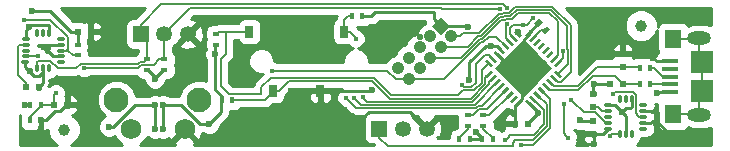
<source format=gbr>
G04 #@! TF.GenerationSoftware,KiCad,Pcbnew,(2016-12-18 revision 3ffa37c)-master*
G04 #@! TF.CreationDate,2017-03-25T21:08:44-07:00*
G04 #@! TF.ProjectId,Pensel,50656E73656C2E6B696361645F706362,rev?*
G04 #@! TF.FileFunction,Copper,L1,Top,Signal*
G04 #@! TF.FilePolarity,Positive*
%FSLAX46Y46*%
G04 Gerber Fmt 4.6, Leading zero omitted, Abs format (unit mm)*
G04 Created by KiCad (PCBNEW (2016-12-18 revision 3ffa37c)-master) date Saturday, March 25, 2017 'PMt' 09:08:44 PM*
%MOMM*%
%LPD*%
G01*
G04 APERTURE LIST*
%ADD10C,0.100000*%
%ADD11C,1.000000*%
%ADD12R,1.350000X0.400000*%
%ADD13R,1.400000X1.600000*%
%ADD14R,1.900000X1.900000*%
%ADD15O,2.000000X1.120000*%
%ADD16C,0.150000*%
%ADD17R,0.400000X0.600000*%
%ADD18C,0.250000*%
%ADD19C,1.725000*%
%ADD20O,0.300000X0.750000*%
%ADD21O,0.750000X0.300000*%
%ADD22C,1.350000*%
%ADD23R,1.350000X1.350000*%
%ADD24C,0.400000*%
%ADD25R,0.500000X0.600000*%
%ADD26C,2.100000*%
%ADD27C,1.750000*%
%ADD28R,0.700000X1.000000*%
%ADD29R,0.600000X0.500000*%
%ADD30R,0.600000X0.400000*%
%ADD31C,1.050000*%
%ADD32C,0.600000*%
%ADD33C,0.130000*%
%ADD34C,0.260000*%
%ADD35C,0.254000*%
G04 APERTURE END LIST*
D10*
D11*
X103350000Y-140700000D03*
D12*
X105825000Y-143700000D03*
X105825000Y-144350000D03*
X105825000Y-146300000D03*
X105825000Y-145650000D03*
D13*
X106050000Y-148200000D03*
D14*
X108500000Y-146200000D03*
D15*
X108300000Y-148255000D03*
X108300000Y-141745000D03*
D14*
X108500000Y-143800000D03*
D13*
X106050000Y-141800000D03*
D12*
X105825000Y-145000000D03*
D16*
X94425000Y-143275000D03*
X83000000Y-140500000D03*
X83000000Y-141100000D03*
X94875000Y-143725000D03*
D17*
X90800000Y-150300000D03*
X89900000Y-150300000D03*
D18*
X92940381Y-141365507D03*
D10*
G36*
X92604505Y-141206408D02*
X92781282Y-141029631D01*
X93276257Y-141524606D01*
X93099480Y-141701383D01*
X92604505Y-141206408D01*
X92604505Y-141206408D01*
G37*
D18*
X92586827Y-141719060D03*
D10*
G36*
X92250951Y-141559961D02*
X92427728Y-141383184D01*
X92922703Y-141878159D01*
X92745926Y-142054936D01*
X92250951Y-141559961D01*
X92250951Y-141559961D01*
G37*
D18*
X92233274Y-142072614D03*
D10*
G36*
X91897398Y-141913515D02*
X92074175Y-141736738D01*
X92569150Y-142231713D01*
X92392373Y-142408490D01*
X91897398Y-141913515D01*
X91897398Y-141913515D01*
G37*
D18*
X91879720Y-142426167D03*
D10*
G36*
X91543844Y-142267068D02*
X91720621Y-142090291D01*
X92215596Y-142585266D01*
X92038819Y-142762043D01*
X91543844Y-142267068D01*
X91543844Y-142267068D01*
G37*
D18*
X91526167Y-142779720D03*
D10*
G36*
X91190291Y-142620621D02*
X91367068Y-142443844D01*
X91862043Y-142938819D01*
X91685266Y-143115596D01*
X91190291Y-142620621D01*
X91190291Y-142620621D01*
G37*
D18*
X91172614Y-143133274D03*
D10*
G36*
X90836738Y-142974175D02*
X91013515Y-142797398D01*
X91508490Y-143292373D01*
X91331713Y-143469150D01*
X90836738Y-142974175D01*
X90836738Y-142974175D01*
G37*
D18*
X90819060Y-143486827D03*
D10*
G36*
X90483184Y-143327728D02*
X90659961Y-143150951D01*
X91154936Y-143645926D01*
X90978159Y-143822703D01*
X90483184Y-143327728D01*
X90483184Y-143327728D01*
G37*
D18*
X90465507Y-143840381D03*
D10*
G36*
X90129631Y-143681282D02*
X90306408Y-143504505D01*
X90801383Y-143999480D01*
X90624606Y-144176257D01*
X90129631Y-143681282D01*
X90129631Y-143681282D01*
G37*
D18*
X90465507Y-144759619D03*
D10*
G36*
X90306408Y-145095495D02*
X90129631Y-144918718D01*
X90624606Y-144423743D01*
X90801383Y-144600520D01*
X90306408Y-145095495D01*
X90306408Y-145095495D01*
G37*
D18*
X90819060Y-145113173D03*
D10*
G36*
X90659961Y-145449049D02*
X90483184Y-145272272D01*
X90978159Y-144777297D01*
X91154936Y-144954074D01*
X90659961Y-145449049D01*
X90659961Y-145449049D01*
G37*
D18*
X91172614Y-145466726D03*
D10*
G36*
X91013515Y-145802602D02*
X90836738Y-145625825D01*
X91331713Y-145130850D01*
X91508490Y-145307627D01*
X91013515Y-145802602D01*
X91013515Y-145802602D01*
G37*
D18*
X91526167Y-145820280D03*
D10*
G36*
X91367068Y-146156156D02*
X91190291Y-145979379D01*
X91685266Y-145484404D01*
X91862043Y-145661181D01*
X91367068Y-146156156D01*
X91367068Y-146156156D01*
G37*
D18*
X91879720Y-146173833D03*
D10*
G36*
X91720621Y-146509709D02*
X91543844Y-146332932D01*
X92038819Y-145837957D01*
X92215596Y-146014734D01*
X91720621Y-146509709D01*
X91720621Y-146509709D01*
G37*
D18*
X92233274Y-146527386D03*
D10*
G36*
X92074175Y-146863262D02*
X91897398Y-146686485D01*
X92392373Y-146191510D01*
X92569150Y-146368287D01*
X92074175Y-146863262D01*
X92074175Y-146863262D01*
G37*
D18*
X92586827Y-146880940D03*
D10*
G36*
X92427728Y-147216816D02*
X92250951Y-147040039D01*
X92745926Y-146545064D01*
X92922703Y-146721841D01*
X92427728Y-147216816D01*
X92427728Y-147216816D01*
G37*
D18*
X92940381Y-147234493D03*
D10*
G36*
X92781282Y-147570369D02*
X92604505Y-147393592D01*
X93099480Y-146898617D01*
X93276257Y-147075394D01*
X92781282Y-147570369D01*
X92781282Y-147570369D01*
G37*
D18*
X93859619Y-147234493D03*
D10*
G36*
X93523743Y-147075394D02*
X93700520Y-146898617D01*
X94195495Y-147393592D01*
X94018718Y-147570369D01*
X93523743Y-147075394D01*
X93523743Y-147075394D01*
G37*
D18*
X94213173Y-146880940D03*
D10*
G36*
X93877297Y-146721841D02*
X94054074Y-146545064D01*
X94549049Y-147040039D01*
X94372272Y-147216816D01*
X93877297Y-146721841D01*
X93877297Y-146721841D01*
G37*
D18*
X94566726Y-146527386D03*
D10*
G36*
X94230850Y-146368287D02*
X94407627Y-146191510D01*
X94902602Y-146686485D01*
X94725825Y-146863262D01*
X94230850Y-146368287D01*
X94230850Y-146368287D01*
G37*
D18*
X94920280Y-146173833D03*
D10*
G36*
X94584404Y-146014734D02*
X94761181Y-145837957D01*
X95256156Y-146332932D01*
X95079379Y-146509709D01*
X94584404Y-146014734D01*
X94584404Y-146014734D01*
G37*
D18*
X95273833Y-145820280D03*
D10*
G36*
X94937957Y-145661181D02*
X95114734Y-145484404D01*
X95609709Y-145979379D01*
X95432932Y-146156156D01*
X94937957Y-145661181D01*
X94937957Y-145661181D01*
G37*
D18*
X95627386Y-145466726D03*
D10*
G36*
X95291510Y-145307627D02*
X95468287Y-145130850D01*
X95963262Y-145625825D01*
X95786485Y-145802602D01*
X95291510Y-145307627D01*
X95291510Y-145307627D01*
G37*
D18*
X95980940Y-145113173D03*
D10*
G36*
X95645064Y-144954074D02*
X95821841Y-144777297D01*
X96316816Y-145272272D01*
X96140039Y-145449049D01*
X95645064Y-144954074D01*
X95645064Y-144954074D01*
G37*
D18*
X96334493Y-144759619D03*
D10*
G36*
X95998617Y-144600520D02*
X96175394Y-144423743D01*
X96670369Y-144918718D01*
X96493592Y-145095495D01*
X95998617Y-144600520D01*
X95998617Y-144600520D01*
G37*
D18*
X96334493Y-143840381D03*
D10*
G36*
X96175394Y-144176257D02*
X95998617Y-143999480D01*
X96493592Y-143504505D01*
X96670369Y-143681282D01*
X96175394Y-144176257D01*
X96175394Y-144176257D01*
G37*
D18*
X95980940Y-143486827D03*
D10*
G36*
X95821841Y-143822703D02*
X95645064Y-143645926D01*
X96140039Y-143150951D01*
X96316816Y-143327728D01*
X95821841Y-143822703D01*
X95821841Y-143822703D01*
G37*
D18*
X95627386Y-143133274D03*
D10*
G36*
X95468287Y-143469150D02*
X95291510Y-143292373D01*
X95786485Y-142797398D01*
X95963262Y-142974175D01*
X95468287Y-143469150D01*
X95468287Y-143469150D01*
G37*
D18*
X95273833Y-142779720D03*
D10*
G36*
X95114734Y-143115596D02*
X94937957Y-142938819D01*
X95432932Y-142443844D01*
X95609709Y-142620621D01*
X95114734Y-143115596D01*
X95114734Y-143115596D01*
G37*
D18*
X94920280Y-142426167D03*
D10*
G36*
X94761181Y-142762043D02*
X94584404Y-142585266D01*
X95079379Y-142090291D01*
X95256156Y-142267068D01*
X94761181Y-142762043D01*
X94761181Y-142762043D01*
G37*
D18*
X94566726Y-142072614D03*
D10*
G36*
X94407627Y-142408490D02*
X94230850Y-142231713D01*
X94725825Y-141736738D01*
X94902602Y-141913515D01*
X94407627Y-142408490D01*
X94407627Y-142408490D01*
G37*
D18*
X94213173Y-141719060D03*
D10*
G36*
X94054074Y-142054936D02*
X93877297Y-141878159D01*
X94372272Y-141383184D01*
X94549049Y-141559961D01*
X94054074Y-142054936D01*
X94054074Y-142054936D01*
G37*
D18*
X93859619Y-141365507D03*
D10*
G36*
X93700520Y-141701383D02*
X93523743Y-141524606D01*
X94018718Y-141029631D01*
X94195495Y-141206408D01*
X93700520Y-141701383D01*
X93700520Y-141701383D01*
G37*
D19*
X93400000Y-145519759D03*
D10*
G36*
X92180241Y-145519759D02*
X93400000Y-144300000D01*
X94619759Y-145519759D01*
X93400000Y-146739518D01*
X92180241Y-145519759D01*
X92180241Y-145519759D01*
G37*
D19*
X94619759Y-144300000D03*
D10*
G36*
X93400000Y-144300000D02*
X94619759Y-143080241D01*
X95839518Y-144300000D01*
X94619759Y-145519759D01*
X93400000Y-144300000D01*
X93400000Y-144300000D01*
G37*
D19*
X92180241Y-144300000D03*
D10*
G36*
X90960482Y-144300000D02*
X92180241Y-143080241D01*
X93400000Y-144300000D01*
X92180241Y-145519759D01*
X90960482Y-144300000D01*
X90960482Y-144300000D01*
G37*
D19*
X93400000Y-143080241D03*
D10*
G36*
X92180241Y-143080241D02*
X93400000Y-141860482D01*
X94619759Y-143080241D01*
X93400000Y-144300000D01*
X92180241Y-143080241D01*
X92180241Y-143080241D01*
G37*
D11*
X54500000Y-149500000D03*
D16*
X107150000Y-139700000D03*
D20*
X52225000Y-141325000D03*
X52725000Y-141325000D03*
X53225000Y-141325000D03*
D21*
X54225000Y-141800000D03*
X54200000Y-142300000D03*
X54200000Y-142800000D03*
X54200000Y-143300000D03*
X54200000Y-143800000D03*
D20*
X53225000Y-144275000D03*
X52725000Y-144275000D03*
X52225000Y-144275000D03*
D21*
X51225000Y-143800000D03*
X51250000Y-143300000D03*
X51250000Y-142800000D03*
X51250000Y-142300000D03*
X51250000Y-141800000D03*
D17*
X88850000Y-150300000D03*
X87950000Y-150300000D03*
D16*
X101500000Y-139750000D03*
X100750000Y-139750000D03*
X82400000Y-140500000D03*
X82400000Y-141100000D03*
D22*
X85200000Y-149400000D03*
X83200000Y-149400000D03*
D23*
X81200000Y-149400000D03*
D16*
X81300000Y-143800000D03*
X80500000Y-143000000D03*
X80500000Y-143800000D03*
X92900000Y-142800000D03*
X92600000Y-143250000D03*
X92100000Y-143500000D03*
D24*
X94681802Y-140431802D03*
D10*
G36*
X95035355Y-140361091D02*
X94611091Y-140785355D01*
X94328249Y-140502513D01*
X94752513Y-140078249D01*
X95035355Y-140361091D01*
X95035355Y-140361091D01*
G37*
D24*
X95318198Y-141068198D03*
D10*
G36*
X95671751Y-140997487D02*
X95247487Y-141421751D01*
X94964645Y-141138909D01*
X95388909Y-140714645D01*
X95671751Y-140997487D01*
X95671751Y-140997487D01*
G37*
D21*
X100575000Y-147400000D03*
X100575000Y-147900000D03*
X100575000Y-148400000D03*
X100575000Y-148900000D03*
X100550000Y-149400000D03*
D20*
X101550000Y-149875000D03*
X102050000Y-149875000D03*
X102550000Y-149875000D03*
D21*
X103525000Y-149400000D03*
X103525000Y-148900000D03*
X103525000Y-148400000D03*
X103525000Y-147900000D03*
X103550000Y-147400000D03*
D20*
X102550000Y-146925000D03*
X102050000Y-146925000D03*
X101550000Y-146925000D03*
D25*
X101820000Y-143060000D03*
X101820000Y-144160000D03*
D16*
X106350000Y-139700000D03*
X105650000Y-139700000D03*
D26*
X58940000Y-146960000D03*
D27*
X60200000Y-149450000D03*
X64700000Y-149450000D03*
D26*
X65950000Y-146960000D03*
D28*
X72200000Y-146200000D03*
X70200000Y-141200000D03*
X76200000Y-146200000D03*
X78200000Y-141200000D03*
D25*
X99300000Y-149850000D03*
X99300000Y-148750000D03*
D29*
X56750000Y-141200000D03*
X55650000Y-141200000D03*
D25*
X99300000Y-146450000D03*
X99300000Y-147550000D03*
D29*
X51250000Y-145900000D03*
X52350000Y-145900000D03*
X93750000Y-149000000D03*
X92650000Y-149000000D03*
X101825000Y-145600000D03*
X100725000Y-145600000D03*
X53650000Y-147400000D03*
X54750000Y-147400000D03*
D30*
X88700000Y-148250000D03*
X88700000Y-149150000D03*
X90000000Y-149150000D03*
X90000000Y-148250000D03*
D31*
X86396051Y-140703949D03*
D10*
G36*
X85653589Y-140703949D02*
X86396051Y-139961487D01*
X87138513Y-140703949D01*
X86396051Y-141446411D01*
X85653589Y-140703949D01*
X85653589Y-140703949D01*
G37*
D31*
X85498025Y-141601975D03*
X84600000Y-142500000D03*
X83701974Y-143398026D03*
X82803949Y-144296051D03*
X86396051Y-142500000D03*
X85498025Y-143398026D03*
X84600000Y-144296051D03*
X83701974Y-145194077D03*
X87294077Y-141601975D03*
D23*
X61000000Y-141400000D03*
D22*
X63000000Y-141400000D03*
X65000000Y-141400000D03*
D30*
X61500000Y-143550000D03*
X61500000Y-144450000D03*
X63000000Y-144450000D03*
X63000000Y-143550000D03*
D17*
X103240000Y-144270000D03*
X104140000Y-144270000D03*
X104140000Y-145590000D03*
X103240000Y-145590000D03*
X52550000Y-147400000D03*
X51650000Y-147400000D03*
D30*
X67400000Y-142300000D03*
X67400000Y-141400000D03*
D17*
X68750000Y-147000000D03*
X67850000Y-147000000D03*
X78850000Y-139900000D03*
X79750000Y-139900000D03*
X52500000Y-148700000D03*
X51600000Y-148700000D03*
D30*
X55650000Y-142300000D03*
X55650000Y-143200000D03*
D24*
X72100000Y-144500000D03*
X53800000Y-146400000D03*
D32*
X99375000Y-145600000D03*
X80571690Y-146128310D03*
X99400000Y-150700000D03*
X104300000Y-150600000D03*
X56700000Y-142100000D03*
X73700000Y-146200000D03*
X76200000Y-146200000D03*
X51600000Y-144499998D03*
X52800000Y-142500000D03*
X104400000Y-143400000D03*
X107500000Y-150500000D03*
X51825000Y-139450000D03*
X98200000Y-148700000D03*
X94600000Y-148100000D03*
X88700000Y-140800000D03*
X51200000Y-147400000D03*
X51500000Y-140800000D03*
X88823191Y-145281447D03*
X67300000Y-143100000D03*
X90668329Y-142388291D03*
X92973601Y-141216817D03*
X58300000Y-149250000D03*
X66800000Y-149000000D03*
X62900000Y-147400000D03*
X62900000Y-149400000D03*
X62200000Y-149400000D03*
X62200000Y-147400000D03*
X62200000Y-145200000D03*
X89394127Y-149706852D03*
X101750000Y-148000002D03*
D24*
X78400000Y-146800000D03*
X79082973Y-146827110D03*
D32*
X104700000Y-146400000D03*
D24*
X79800000Y-146775000D03*
X79200000Y-141800000D03*
X93379990Y-140600000D03*
X97200002Y-150200000D03*
X92000000Y-139200000D03*
X94222089Y-140043499D03*
X96800000Y-147300000D03*
X100700000Y-150000000D03*
X97425002Y-146950000D03*
X91400000Y-139300008D03*
X92022818Y-140544554D03*
X56200000Y-144295010D03*
X52297642Y-143271318D03*
X88200000Y-145700000D03*
X93200000Y-150795010D03*
X91849996Y-150375000D03*
X51100000Y-140200000D03*
X96725000Y-142875000D03*
X101000000Y-146500000D03*
D33*
X91879720Y-142426167D02*
X91085229Y-141631676D01*
X91085229Y-141631676D02*
X90463258Y-141631676D01*
X90463258Y-141631676D02*
X89979901Y-142115034D01*
X89784966Y-142115034D02*
X86705923Y-145194077D01*
X89979901Y-142115034D02*
X89784966Y-142115034D01*
X86705923Y-145194077D02*
X83701974Y-145194077D01*
X83701974Y-145194077D02*
X82577173Y-145194077D01*
X82577173Y-145194077D02*
X81883096Y-144500000D01*
X81883096Y-144500000D02*
X72100000Y-144500000D01*
X53650000Y-147400000D02*
X53650000Y-146550000D01*
X53650000Y-146550000D02*
X53800000Y-146400000D01*
X52550000Y-147400000D02*
X53650000Y-147400000D01*
X51600000Y-148700000D02*
X51600000Y-148450000D01*
X51600000Y-148450000D02*
X52550000Y-147500000D01*
X52550000Y-147500000D02*
X52550000Y-147400000D01*
D34*
X99799264Y-145600000D02*
X99375000Y-145600000D01*
X99300000Y-145675000D02*
X99375000Y-145600000D01*
X99300000Y-146450000D02*
X99300000Y-145675000D01*
X100760000Y-145570000D02*
X100730000Y-145600000D01*
X100730000Y-145600000D02*
X99799264Y-145600000D01*
X92650000Y-149000000D02*
X92650000Y-147524874D01*
X92650000Y-147524874D02*
X92940381Y-147234493D01*
X99400000Y-150700000D02*
X98300000Y-150700000D01*
X98300000Y-150700000D02*
X97900000Y-150300000D01*
X80294945Y-148005055D02*
X79500000Y-148800000D01*
X83805055Y-148005055D02*
X80294945Y-148005055D01*
X85200000Y-149400000D02*
X83805055Y-148005055D01*
X76200000Y-146200000D02*
X80500000Y-146200000D01*
X80500000Y-146200000D02*
X80571690Y-146128310D01*
X99400000Y-150700000D02*
X99400000Y-149950000D01*
X99400000Y-149950000D02*
X99300000Y-149850000D01*
X105386953Y-149500000D02*
X106386953Y-150500000D01*
X105386953Y-149500000D02*
X105386953Y-149513047D01*
X104750000Y-148863047D02*
X105386953Y-149500000D01*
X105386953Y-149513047D02*
X104300000Y-150600000D01*
X56750000Y-141200000D02*
X56750000Y-142050000D01*
X56750000Y-142050000D02*
X56700000Y-142100000D01*
X52500000Y-148700000D02*
X52960000Y-148700000D01*
X52960000Y-148700000D02*
X53709999Y-147950001D01*
X53709999Y-147950001D02*
X54149999Y-147950001D01*
X54149999Y-147950001D02*
X54700000Y-147400000D01*
X54700000Y-147400000D02*
X54750000Y-147400000D01*
X76200000Y-146200000D02*
X73700000Y-146200000D01*
X51599998Y-144500000D02*
X51600000Y-144499998D01*
X51515000Y-144500000D02*
X51599998Y-144500000D01*
X54200000Y-142300000D02*
X53000000Y-142300000D01*
X53000000Y-142300000D02*
X52800000Y-142500000D01*
X54200000Y-143300000D02*
X53600000Y-143300000D01*
X53600000Y-143300000D02*
X52800000Y-142500000D01*
X93859619Y-141365507D02*
X93859619Y-141424426D01*
X93859619Y-141424426D02*
X93400000Y-141884045D01*
X93400000Y-141884045D02*
X93400000Y-143080241D01*
X106386953Y-150500000D02*
X107075736Y-150500000D01*
X51515000Y-144500000D02*
X51225000Y-144210000D01*
X51965010Y-144950010D02*
X51515000Y-144500000D01*
X52725000Y-144275000D02*
X52725000Y-144636410D01*
X52725000Y-144636410D02*
X52411400Y-144950010D01*
X52411400Y-144950010D02*
X51965010Y-144950010D01*
X51225000Y-144210000D02*
X51225000Y-143800000D01*
X52350000Y-145900000D02*
X52725000Y-145525000D01*
X52725000Y-145525000D02*
X52725000Y-144275000D01*
X93859619Y-141365507D02*
X93859619Y-141253985D01*
X93859619Y-141253985D02*
X94681802Y-140431802D01*
X105825000Y-143700000D02*
X104700000Y-143700000D01*
X104700000Y-143700000D02*
X104400000Y-143400000D01*
X91172614Y-143133274D02*
X91800170Y-143760830D01*
X91800170Y-143760830D02*
X92089170Y-143760830D01*
X92089170Y-143760830D02*
X92525001Y-143324999D01*
X92525001Y-143324999D02*
X92600000Y-143250000D01*
X92940381Y-147234493D02*
X93258578Y-146916296D01*
X93258578Y-146916296D02*
X93258578Y-145661181D01*
X93258578Y-145661181D02*
X93400000Y-145519759D01*
X99300000Y-149850000D02*
X100100000Y-149850000D01*
X100100000Y-149850000D02*
X100550000Y-149400000D01*
X106386953Y-150500000D02*
X107500000Y-150500000D01*
X104750000Y-148750000D02*
X104750000Y-148863047D01*
X104750000Y-148000000D02*
X104750000Y-148750000D01*
X104260000Y-148000000D02*
X104750000Y-148000000D01*
X103525000Y-147900000D02*
X104160000Y-147900000D01*
X104160000Y-147900000D02*
X104260000Y-148000000D01*
X104310000Y-148750000D02*
X104750000Y-148750000D01*
X103525000Y-148900000D02*
X104160000Y-148900000D01*
X104160000Y-148900000D02*
X104310000Y-148750000D01*
D33*
X95273833Y-145820280D02*
X95592030Y-146138477D01*
X95592030Y-146138477D02*
X98044719Y-146138477D01*
X98044719Y-146138477D02*
X99268198Y-144914998D01*
X99268198Y-144914998D02*
X101139998Y-144914998D01*
X101139998Y-144914998D02*
X101815000Y-145590000D01*
X101815000Y-145590000D02*
X103240000Y-145590000D01*
X95627386Y-145466726D02*
X95945583Y-145784923D01*
X95945583Y-145784923D02*
X98030562Y-145784923D01*
X101440000Y-144160000D02*
X101820000Y-144160000D01*
X98030562Y-145784923D02*
X99655485Y-144160000D01*
X99655485Y-144160000D02*
X101440000Y-144160000D01*
X101820000Y-144160000D02*
X103130000Y-144160000D01*
X103130000Y-144160000D02*
X103240000Y-144270000D01*
D34*
X101750000Y-148000002D02*
X101149998Y-147400000D01*
X101149998Y-147400000D02*
X100575000Y-147400000D01*
X52249264Y-139450000D02*
X51825000Y-139450000D01*
X53340000Y-139450000D02*
X52249264Y-139450000D01*
X55090000Y-141200000D02*
X53340000Y-139450000D01*
X55650000Y-141200000D02*
X55090000Y-141200000D01*
X55650000Y-142300000D02*
X55650000Y-141200000D01*
X99300000Y-148750000D02*
X98250000Y-148750000D01*
X98250000Y-148750000D02*
X98200000Y-148700000D01*
X94000000Y-148700000D02*
X94600000Y-148100000D01*
X93750000Y-149000000D02*
X93750000Y-148950000D01*
X93750000Y-148950000D02*
X94000000Y-148700000D01*
X94600000Y-147974874D02*
X94600000Y-148100000D01*
X93859619Y-147234493D02*
X94600000Y-147974874D01*
X86396051Y-140703949D02*
X88603949Y-140703949D01*
X88603949Y-140703949D02*
X88700000Y-140800000D01*
X79750000Y-139900000D02*
X80500000Y-139900000D01*
X80500000Y-139900000D02*
X80834990Y-139565010D01*
X80834990Y-139565010D02*
X85800000Y-139565010D01*
X85800000Y-139565010D02*
X85800000Y-140107898D01*
X85800000Y-140107898D02*
X86396051Y-140703949D01*
X51650000Y-147400000D02*
X51200000Y-147400000D01*
X51500000Y-140800000D02*
X51650010Y-140649990D01*
X51250000Y-141050000D02*
X51500000Y-140800000D01*
X51250000Y-141800000D02*
X51250000Y-141050000D01*
X53225000Y-140690000D02*
X53225000Y-141325000D01*
X51650010Y-140649990D02*
X53184990Y-140649990D01*
X53184990Y-140649990D02*
X53225000Y-140690000D01*
X90668329Y-142388291D02*
X90244065Y-142388291D01*
X90244065Y-142388291D02*
X88823191Y-143809165D01*
X88823191Y-143809165D02*
X88823191Y-145281447D01*
X67300000Y-143100000D02*
X67300000Y-146100000D01*
X67300000Y-146100000D02*
X67850000Y-146650000D01*
X67850000Y-146650000D02*
X67850000Y-147000000D01*
X67300000Y-143100000D02*
X67300000Y-142400000D01*
X67300000Y-142400000D02*
X67400000Y-142300000D01*
X91134738Y-142388291D02*
X90668329Y-142388291D01*
X91526167Y-142779720D02*
X91134738Y-142388291D01*
X92973601Y-141332287D02*
X92973601Y-141216817D01*
X92940381Y-141365507D02*
X92973601Y-141332287D01*
X58648002Y-149250000D02*
X58300000Y-149250000D01*
X62200000Y-147400000D02*
X60498002Y-147400000D01*
X60498002Y-147400000D02*
X58648002Y-149250000D01*
X66800000Y-149000000D02*
X67800000Y-148000000D01*
X67800000Y-148000000D02*
X67800000Y-147050000D01*
X67800000Y-147050000D02*
X67850000Y-147000000D01*
X62900000Y-147400000D02*
X64391998Y-147400000D01*
X64391998Y-147400000D02*
X65991998Y-149000000D01*
X65991998Y-149000000D02*
X66800000Y-149000000D01*
X62900000Y-149400000D02*
X62900000Y-147400000D01*
X62200000Y-147400000D02*
X62200000Y-149400000D01*
X62200000Y-145150000D02*
X62200000Y-145200000D01*
X62900000Y-144450000D02*
X62200000Y-145150000D01*
X62200000Y-145050000D02*
X62200000Y-145200000D01*
X63000000Y-144450000D02*
X62900000Y-144450000D01*
X61600000Y-144450000D02*
X62200000Y-145050000D01*
X61500000Y-144450000D02*
X61600000Y-144450000D01*
X89900000Y-150300000D02*
X89900000Y-150212725D01*
X89900000Y-150212725D02*
X89394127Y-149706852D01*
X89900000Y-150300000D02*
X88850000Y-150300000D01*
X101750000Y-148000002D02*
X102049999Y-147700003D01*
X102049999Y-147700003D02*
X102409997Y-147700003D01*
X102409997Y-147700003D02*
X102550000Y-147560000D01*
X102550000Y-147560000D02*
X102550000Y-146925000D01*
X102049999Y-148300001D02*
X101750000Y-148000002D01*
X102050000Y-149875000D02*
X102049999Y-148300001D01*
D33*
X89507051Y-147500000D02*
X89367007Y-147640044D01*
X79240044Y-147640044D02*
X78400000Y-146800000D01*
X89846447Y-147500000D02*
X89507051Y-147500000D01*
X91526167Y-145820280D02*
X89846447Y-147500000D01*
X89367007Y-147640044D02*
X79240044Y-147640044D01*
X79635896Y-147380033D02*
X79082973Y-146827110D01*
X89259307Y-147380033D02*
X79635896Y-147380033D01*
X91172614Y-145466726D02*
X89259307Y-147380033D01*
D34*
X105825000Y-146300000D02*
X104800000Y-146300000D01*
X104800000Y-146300000D02*
X104700000Y-146400000D01*
D33*
X90293542Y-147760011D02*
X91879720Y-146173833D01*
X89619989Y-147760011D02*
X90293542Y-147760011D01*
X89130000Y-148250000D02*
X89619989Y-147760011D01*
X88700000Y-148250000D02*
X89130000Y-148250000D01*
X87950000Y-150300000D02*
X87950000Y-150200000D01*
X87950000Y-150200000D02*
X88700000Y-149450000D01*
X88700000Y-149450000D02*
X88700000Y-149150000D01*
X90800000Y-150300000D02*
X90800000Y-150200000D01*
X90800000Y-150200000D02*
X90000000Y-149400000D01*
X90000000Y-149400000D02*
X90000000Y-149150000D01*
X90000000Y-148250000D02*
X90510660Y-148250000D01*
X90510660Y-148250000D02*
X92233274Y-146527386D01*
X79999999Y-146974999D02*
X79800000Y-146775000D01*
X89047689Y-147120022D02*
X80145022Y-147120022D01*
X90500863Y-145431370D02*
X90500863Y-145666848D01*
X90500863Y-145666848D02*
X89047689Y-147120022D01*
X90819060Y-145113173D02*
X90500863Y-145431370D01*
X80145022Y-147120022D02*
X79999999Y-146974999D01*
X79200000Y-141720000D02*
X79200000Y-141800000D01*
X78680000Y-141200000D02*
X79200000Y-141720000D01*
X78200000Y-141200000D02*
X78680000Y-141200000D01*
X78200000Y-141200000D02*
X78200000Y-140220000D01*
X78200000Y-140220000D02*
X78520000Y-139900000D01*
X78520000Y-139900000D02*
X78850000Y-139900000D01*
X88939989Y-146860011D02*
X82092300Y-146860011D01*
X72680000Y-146200000D02*
X72200000Y-146200000D01*
X82092300Y-146860011D02*
X80592300Y-145360011D01*
X73519989Y-145360011D02*
X72680000Y-146200000D01*
X90465507Y-144759619D02*
X90147310Y-145077816D01*
X80592300Y-145360011D02*
X73519989Y-145360011D01*
X90147310Y-145652690D02*
X88939989Y-146860011D01*
X90147310Y-145077816D02*
X90147310Y-145652690D01*
X68750000Y-147000000D02*
X71550000Y-147000000D01*
X72200000Y-146350000D02*
X72200000Y-146200000D01*
X71550000Y-147000000D02*
X72200000Y-146350000D01*
X68500000Y-146500000D02*
X71200000Y-146500000D01*
X71200000Y-146500000D02*
X71200000Y-145900000D01*
X80700000Y-145100000D02*
X82200000Y-146600000D01*
X68200000Y-143100000D02*
X67800000Y-143500000D01*
X89887300Y-145512700D02*
X89887300Y-144418588D01*
X89220020Y-146179980D02*
X89887300Y-145512700D01*
X71200000Y-145900000D02*
X72000000Y-145100000D01*
X68200000Y-141200000D02*
X68200000Y-143100000D01*
X67800000Y-143500000D02*
X67800000Y-145800000D01*
X67800000Y-145800000D02*
X68500000Y-146500000D01*
X72000000Y-145100000D02*
X80700000Y-145100000D01*
X82200000Y-146600000D02*
X87892252Y-146600000D01*
X87892252Y-146600000D02*
X88312272Y-146179980D01*
X88312272Y-146179980D02*
X89220020Y-146179980D01*
X89887300Y-144418588D02*
X90465507Y-143840381D01*
X68200000Y-141200000D02*
X67600000Y-141200000D01*
X70200000Y-141200000D02*
X68200000Y-141200000D01*
X67600000Y-141200000D02*
X67400000Y-141400000D01*
X92586827Y-141719060D02*
X92268630Y-141400863D01*
X93662832Y-140600000D02*
X93379990Y-140600000D01*
X93665588Y-140600000D02*
X93662832Y-140600000D01*
X94222089Y-140043499D02*
X93665588Y-140600000D01*
X93097148Y-140600000D02*
X93379990Y-140600000D01*
X92268630Y-140883344D02*
X92551974Y-140600000D01*
X92268630Y-141400863D02*
X92268630Y-140883344D01*
X92551974Y-140600000D02*
X93097148Y-140600000D01*
X97000003Y-150000001D02*
X97200002Y-150200000D01*
X96800000Y-149799998D02*
X97000003Y-150000001D01*
X96800000Y-147300000D02*
X96800000Y-149799998D01*
X61000000Y-141400000D02*
X61000000Y-140595000D01*
X61000000Y-140595000D02*
X62695003Y-138899997D01*
X62695003Y-138899997D02*
X91699997Y-138899997D01*
X91699997Y-138899997D02*
X92000000Y-139200000D01*
X52225000Y-144275000D02*
X52225000Y-143770000D01*
X60759287Y-143900000D02*
X60904299Y-143754988D01*
X52225000Y-143770000D02*
X52330010Y-143664990D01*
X52330010Y-143664990D02*
X53352073Y-143664990D01*
X53352073Y-143664990D02*
X53987083Y-144300000D01*
X53987083Y-144300000D02*
X55500000Y-144300000D01*
X55500000Y-144300000D02*
X55900000Y-143900000D01*
X55900000Y-143900000D02*
X60759287Y-143900000D01*
X60904299Y-143754988D02*
X61295012Y-143754988D01*
X61295012Y-143754988D02*
X61500000Y-143550000D01*
X101550000Y-149875000D02*
X100825000Y-149875000D01*
X100825000Y-149875000D02*
X100700000Y-150000000D01*
X61500000Y-143550000D02*
X61500000Y-141900000D01*
X61500000Y-141900000D02*
X61000000Y-141400000D01*
X100350000Y-148900000D02*
X99495001Y-148045001D01*
X100575000Y-148900000D02*
X100350000Y-148900000D01*
X97625001Y-147149999D02*
X97425002Y-146950000D01*
X98520003Y-148045001D02*
X97625001Y-147149999D01*
X99495001Y-148045001D02*
X98520003Y-148045001D01*
X63000000Y-141400000D02*
X65200000Y-139200000D01*
X65200000Y-139200000D02*
X86400002Y-139200000D01*
X86400002Y-139200000D02*
X86500010Y-139300008D01*
X92233274Y-142072614D02*
X91915077Y-141754417D01*
X86500010Y-139300008D02*
X91400000Y-139300008D01*
X91915077Y-140652295D02*
X92022818Y-140544554D01*
X91915077Y-141754417D02*
X91915077Y-140652295D01*
X62570000Y-143550000D02*
X62105001Y-144014999D01*
X62105001Y-144014999D02*
X61011999Y-144014999D01*
X60731988Y-144295010D02*
X56200000Y-144295010D01*
X63000000Y-143550000D02*
X62570000Y-143550000D01*
X61011999Y-144014999D02*
X60731988Y-144295010D01*
X51250000Y-143300000D02*
X52268960Y-143300000D01*
X52268960Y-143300000D02*
X52297642Y-143271318D01*
X63000000Y-143550000D02*
X63000000Y-141400000D01*
X88399999Y-145899999D02*
X88200000Y-145700000D01*
X88982843Y-145899999D02*
X88399999Y-145899999D01*
X89358192Y-143958966D02*
X89358192Y-145524650D01*
X89358192Y-145524650D02*
X88982843Y-145899999D01*
X90819060Y-143486827D02*
X90500863Y-143168630D01*
X90500863Y-143168630D02*
X90148528Y-143168630D01*
X90148528Y-143168630D02*
X89358192Y-143958966D01*
X91296792Y-139695010D02*
X89656801Y-141335001D01*
X91589602Y-139695010D02*
X91296792Y-139695010D01*
X96568630Y-145431370D02*
X97405012Y-144594988D01*
X89656801Y-141335001D02*
X88303513Y-141335001D01*
X92704624Y-139079978D02*
X92189601Y-139595001D01*
X95815400Y-139079978D02*
X92704624Y-139079978D01*
X91689611Y-139595001D02*
X91589602Y-139695010D01*
X97405012Y-144594988D02*
X97405012Y-142627699D01*
X88303513Y-141335001D02*
X88036539Y-141601975D01*
X97405012Y-142627699D02*
X97400000Y-142622687D01*
X92189601Y-139595001D02*
X91689611Y-139595001D01*
X96299137Y-145431370D02*
X96568630Y-145431370D01*
X97400000Y-140664578D02*
X95815400Y-139079978D01*
X97400000Y-142622687D02*
X97400000Y-140664578D01*
X88036539Y-141601975D02*
X87294077Y-141601975D01*
X95980940Y-145113173D02*
X96299137Y-145431370D01*
X97145001Y-143949111D02*
X97145001Y-142735399D01*
X91404492Y-139955021D02*
X89764501Y-141595012D01*
X96334493Y-144759619D02*
X97145001Y-143949111D01*
X97100000Y-142690398D02*
X97100000Y-140732289D01*
X97100000Y-140732289D02*
X95707700Y-139339989D01*
X88664579Y-142500000D02*
X87138513Y-142500000D01*
X89764501Y-141595012D02*
X89569567Y-141595012D01*
X92297301Y-139855012D02*
X91797311Y-139855012D01*
X97145001Y-142735399D02*
X97100000Y-142690398D01*
X92812324Y-139339989D02*
X92297301Y-139855012D01*
X87138513Y-142500000D02*
X86396051Y-142500000D01*
X91697302Y-139955021D02*
X91404492Y-139955021D01*
X91797311Y-139855012D02*
X91697302Y-139955021D01*
X89569567Y-141595012D02*
X88664579Y-142500000D01*
X95707700Y-139339989D02*
X92812324Y-139339989D01*
X89872201Y-141855023D02*
X89677267Y-141855023D01*
X92405001Y-140115023D02*
X91905011Y-140115023D01*
X96299137Y-143168630D02*
X96299137Y-140299137D01*
X91905011Y-140115023D02*
X91805002Y-140215032D01*
X95600000Y-139600000D02*
X92920024Y-139600000D01*
X92920024Y-139600000D02*
X92405001Y-140115023D01*
X88134264Y-143398026D02*
X85498025Y-143398026D01*
X96299137Y-140299137D02*
X95600000Y-139600000D01*
X91512192Y-140215032D02*
X89872201Y-141855023D01*
X95980940Y-143486827D02*
X96299137Y-143168630D01*
X89677267Y-141855023D02*
X88134264Y-143398026D01*
X91805002Y-140215032D02*
X91512192Y-140215032D01*
X94566726Y-146527386D02*
X95400000Y-147360660D01*
X95400000Y-147360660D02*
X95400000Y-149200000D01*
X95400000Y-149200000D02*
X94200000Y-150400000D01*
X92500000Y-150612168D02*
X92500000Y-150895010D01*
X94200000Y-150400000D02*
X92712168Y-150400000D01*
X92712168Y-150400000D02*
X92500000Y-150612168D01*
X92500000Y-150895010D02*
X81890010Y-150895010D01*
X81890010Y-150895010D02*
X81200000Y-150205000D01*
X81200000Y-150205000D02*
X81200000Y-149400000D01*
X95660011Y-149339989D02*
X94204990Y-150795010D01*
X94204990Y-150795010D02*
X93482842Y-150795010D01*
X94920280Y-146173833D02*
X95660011Y-146913564D01*
X93482842Y-150795010D02*
X93200000Y-150795010D01*
X95660011Y-146913564D02*
X95660011Y-149339989D01*
X105825000Y-145650000D02*
X104200000Y-145650000D01*
X104200000Y-145650000D02*
X104140000Y-145590000D01*
X106050000Y-141800000D02*
X108245000Y-141800000D01*
X108245000Y-141800000D02*
X108300000Y-141745000D01*
X108300000Y-141745000D02*
X108300000Y-143600000D01*
X108300000Y-143600000D02*
X108500000Y-143800000D01*
X108500000Y-146200000D02*
X108500000Y-143800000D01*
X108300000Y-148255000D02*
X108300000Y-146400000D01*
X108300000Y-146400000D02*
X108500000Y-146200000D01*
X106050000Y-148200000D02*
X108245000Y-148200000D01*
X108245000Y-148200000D02*
X108300000Y-148255000D01*
X104140000Y-144270000D02*
X104470000Y-144270000D01*
X104470000Y-144270000D02*
X105200000Y-145000000D01*
X105200000Y-145000000D02*
X105825000Y-145000000D01*
X51392843Y-140210001D02*
X51382842Y-140200000D01*
X53347918Y-140210001D02*
X51392843Y-140210001D01*
X54810010Y-142694990D02*
X54810010Y-141672093D01*
X54705000Y-142800000D02*
X54810010Y-142694990D01*
X51382842Y-140200000D02*
X51100000Y-140200000D01*
X54810010Y-141672093D02*
X53347918Y-140210001D01*
X95139990Y-147807757D02*
X95139990Y-149060010D01*
X92049995Y-150175001D02*
X91849996Y-150375000D01*
X95139990Y-149060010D02*
X94249999Y-149950001D01*
X94249999Y-149950001D02*
X92274995Y-149950001D01*
X94213173Y-146880940D02*
X95139990Y-147807757D01*
X92274995Y-149950001D02*
X92049995Y-150175001D01*
X55650000Y-143200000D02*
X55220000Y-143200000D01*
X55220000Y-143200000D02*
X54820000Y-142800000D01*
X54820000Y-142800000D02*
X54705000Y-142800000D01*
X54200000Y-142800000D02*
X54705000Y-142800000D01*
X96725000Y-143449874D02*
X96725000Y-143157842D01*
X96334493Y-143840381D02*
X96725000Y-143449874D01*
X96725000Y-143157842D02*
X96725000Y-142875000D01*
X103525000Y-148400000D02*
X103150000Y-148400000D01*
X103150000Y-148400000D02*
X103000000Y-148250000D01*
X103000000Y-148250000D02*
X103000000Y-148144486D01*
X102914990Y-147740524D02*
X102949666Y-147705848D01*
X103000000Y-148144486D02*
X102914990Y-148059476D01*
X102914990Y-148059476D02*
X102914990Y-147740524D01*
X102949666Y-147705848D02*
X102935010Y-147691192D01*
X102935010Y-147691192D02*
X102935010Y-146540524D01*
X101185010Y-146314990D02*
X101000000Y-146500000D01*
X102935010Y-146540524D02*
X102709476Y-146314990D01*
X102709476Y-146314990D02*
X101185010Y-146314990D01*
X99300000Y-147550000D02*
X99680000Y-147550000D01*
X99680000Y-147550000D02*
X100030000Y-147900000D01*
X100030000Y-147900000D02*
X100575000Y-147900000D01*
X51250000Y-145900000D02*
X51250000Y-145520000D01*
X51250000Y-145520000D02*
X50614990Y-144884990D01*
X50614990Y-142430010D02*
X50745000Y-142300000D01*
X50614990Y-144884990D02*
X50614990Y-142430010D01*
X50745000Y-142300000D02*
X51250000Y-142300000D01*
X94213173Y-141719060D02*
X94864035Y-141068198D01*
X94864035Y-141068198D02*
X95318198Y-141068198D01*
X94213173Y-141719060D02*
X94213173Y-141673223D01*
D35*
G36*
X75373750Y-146073000D02*
X76073000Y-146073000D01*
X76073000Y-146060011D01*
X76327000Y-146060011D01*
X76327000Y-146073000D01*
X77026250Y-146073000D01*
X77039239Y-146060011D01*
X78004341Y-146060011D01*
X77927628Y-146091708D01*
X77692534Y-146326393D01*
X77565145Y-146633179D01*
X77564855Y-146965363D01*
X77691708Y-147272372D01*
X77926393Y-147507466D01*
X78233179Y-147634855D01*
X78244916Y-147634865D01*
X78745067Y-148135016D01*
X78745069Y-148135019D01*
X78852621Y-148206883D01*
X78972165Y-148286760D01*
X79240044Y-148340045D01*
X79240049Y-148340044D01*
X80018512Y-148340044D01*
X79926843Y-148477235D01*
X79877560Y-148725000D01*
X79877560Y-150075000D01*
X79926843Y-150322765D01*
X80067191Y-150532809D01*
X80277235Y-150673157D01*
X80525000Y-150722440D01*
X80727490Y-150722440D01*
X80770050Y-150765000D01*
X65499429Y-150765000D01*
X65582455Y-150512060D01*
X64700000Y-149629605D01*
X63817545Y-150512060D01*
X63900571Y-150765000D01*
X60971609Y-150765000D01*
X61054229Y-150730862D01*
X61479370Y-150306463D01*
X61568785Y-150091128D01*
X61669673Y-150192192D01*
X62013201Y-150334838D01*
X62385167Y-150335162D01*
X62549981Y-150267063D01*
X62713201Y-150334838D01*
X63085167Y-150335162D01*
X63370802Y-150217140D01*
X63384047Y-150249116D01*
X63637940Y-150332455D01*
X64520395Y-149450000D01*
X64506253Y-149435858D01*
X64685858Y-149256253D01*
X64700000Y-149270395D01*
X64714143Y-149256253D01*
X64893748Y-149435858D01*
X64879605Y-149450000D01*
X65762060Y-150332455D01*
X66015953Y-150249116D01*
X66192332Y-149765000D01*
X66242528Y-149765000D01*
X66269673Y-149792192D01*
X66613201Y-149934838D01*
X66985167Y-149935162D01*
X67328943Y-149793117D01*
X67592192Y-149530327D01*
X67734838Y-149186799D01*
X67734873Y-149147001D01*
X68340934Y-148540939D01*
X68340937Y-148540937D01*
X68506768Y-148292753D01*
X68517074Y-148240940D01*
X68565001Y-148000000D01*
X68565000Y-147999995D01*
X68565000Y-147947440D01*
X68950000Y-147947440D01*
X69197765Y-147898157D01*
X69407809Y-147757809D01*
X69446436Y-147700000D01*
X71550000Y-147700000D01*
X71817879Y-147646716D01*
X72044975Y-147494975D01*
X72192510Y-147347440D01*
X72550000Y-147347440D01*
X72797765Y-147298157D01*
X73007809Y-147157809D01*
X73148157Y-146947765D01*
X73197440Y-146700000D01*
X73197440Y-146672510D01*
X73384200Y-146485750D01*
X75215000Y-146485750D01*
X75215000Y-146826310D01*
X75311673Y-147059699D01*
X75490302Y-147238327D01*
X75723691Y-147335000D01*
X75914250Y-147335000D01*
X76073000Y-147176250D01*
X76073000Y-146327000D01*
X76327000Y-146327000D01*
X76327000Y-147176250D01*
X76485750Y-147335000D01*
X76676309Y-147335000D01*
X76909698Y-147238327D01*
X77088327Y-147059699D01*
X77185000Y-146826310D01*
X77185000Y-146485750D01*
X77026250Y-146327000D01*
X76327000Y-146327000D01*
X76073000Y-146327000D01*
X75373750Y-146327000D01*
X75215000Y-146485750D01*
X73384200Y-146485750D01*
X73809939Y-146060011D01*
X75360761Y-146060011D01*
X75373750Y-146073000D01*
X75373750Y-146073000D01*
G37*
X75373750Y-146073000D02*
X76073000Y-146073000D01*
X76073000Y-146060011D01*
X76327000Y-146060011D01*
X76327000Y-146073000D01*
X77026250Y-146073000D01*
X77039239Y-146060011D01*
X78004341Y-146060011D01*
X77927628Y-146091708D01*
X77692534Y-146326393D01*
X77565145Y-146633179D01*
X77564855Y-146965363D01*
X77691708Y-147272372D01*
X77926393Y-147507466D01*
X78233179Y-147634855D01*
X78244916Y-147634865D01*
X78745067Y-148135016D01*
X78745069Y-148135019D01*
X78852621Y-148206883D01*
X78972165Y-148286760D01*
X79240044Y-148340045D01*
X79240049Y-148340044D01*
X80018512Y-148340044D01*
X79926843Y-148477235D01*
X79877560Y-148725000D01*
X79877560Y-150075000D01*
X79926843Y-150322765D01*
X80067191Y-150532809D01*
X80277235Y-150673157D01*
X80525000Y-150722440D01*
X80727490Y-150722440D01*
X80770050Y-150765000D01*
X65499429Y-150765000D01*
X65582455Y-150512060D01*
X64700000Y-149629605D01*
X63817545Y-150512060D01*
X63900571Y-150765000D01*
X60971609Y-150765000D01*
X61054229Y-150730862D01*
X61479370Y-150306463D01*
X61568785Y-150091128D01*
X61669673Y-150192192D01*
X62013201Y-150334838D01*
X62385167Y-150335162D01*
X62549981Y-150267063D01*
X62713201Y-150334838D01*
X63085167Y-150335162D01*
X63370802Y-150217140D01*
X63384047Y-150249116D01*
X63637940Y-150332455D01*
X64520395Y-149450000D01*
X64506253Y-149435858D01*
X64685858Y-149256253D01*
X64700000Y-149270395D01*
X64714143Y-149256253D01*
X64893748Y-149435858D01*
X64879605Y-149450000D01*
X65762060Y-150332455D01*
X66015953Y-150249116D01*
X66192332Y-149765000D01*
X66242528Y-149765000D01*
X66269673Y-149792192D01*
X66613201Y-149934838D01*
X66985167Y-149935162D01*
X67328943Y-149793117D01*
X67592192Y-149530327D01*
X67734838Y-149186799D01*
X67734873Y-149147001D01*
X68340934Y-148540939D01*
X68340937Y-148540937D01*
X68506768Y-148292753D01*
X68517074Y-148240940D01*
X68565001Y-148000000D01*
X68565000Y-147999995D01*
X68565000Y-147947440D01*
X68950000Y-147947440D01*
X69197765Y-147898157D01*
X69407809Y-147757809D01*
X69446436Y-147700000D01*
X71550000Y-147700000D01*
X71817879Y-147646716D01*
X72044975Y-147494975D01*
X72192510Y-147347440D01*
X72550000Y-147347440D01*
X72797765Y-147298157D01*
X73007809Y-147157809D01*
X73148157Y-146947765D01*
X73197440Y-146700000D01*
X73197440Y-146672510D01*
X73384200Y-146485750D01*
X75215000Y-146485750D01*
X75215000Y-146826310D01*
X75311673Y-147059699D01*
X75490302Y-147238327D01*
X75723691Y-147335000D01*
X75914250Y-147335000D01*
X76073000Y-147176250D01*
X76073000Y-146327000D01*
X76327000Y-146327000D01*
X76327000Y-147176250D01*
X76485750Y-147335000D01*
X76676309Y-147335000D01*
X76909698Y-147238327D01*
X77088327Y-147059699D01*
X77185000Y-146826310D01*
X77185000Y-146485750D01*
X77026250Y-146327000D01*
X76327000Y-146327000D01*
X76073000Y-146327000D01*
X75373750Y-146327000D01*
X75215000Y-146485750D01*
X73384200Y-146485750D01*
X73809939Y-146060011D01*
X75360761Y-146060011D01*
X75373750Y-146073000D01*
G36*
X77553284Y-139952121D02*
X77518530Y-140126843D01*
X77511435Y-140162514D01*
X77392191Y-140242191D01*
X77251843Y-140452235D01*
X77202560Y-140700000D01*
X77202560Y-141700000D01*
X77251843Y-141947765D01*
X77392191Y-142157809D01*
X77602235Y-142298157D01*
X77850000Y-142347440D01*
X78550000Y-142347440D01*
X78563888Y-142344678D01*
X78726393Y-142507466D01*
X78985018Y-142614857D01*
X78586200Y-142779646D01*
X78280718Y-143084595D01*
X78115189Y-143483233D01*
X78114912Y-143800000D01*
X72581060Y-143800000D01*
X72573607Y-143792534D01*
X72285024Y-143672704D01*
X72285188Y-143485127D01*
X72120354Y-143086200D01*
X71815405Y-142780718D01*
X71416767Y-142615189D01*
X70985127Y-142614812D01*
X70586200Y-142779646D01*
X70280718Y-143084595D01*
X70115189Y-143483233D01*
X70114812Y-143914873D01*
X70279646Y-144313800D01*
X70584595Y-144619282D01*
X70983233Y-144784811D01*
X71314329Y-144785100D01*
X71317434Y-144792616D01*
X70705025Y-145405025D01*
X70553284Y-145632121D01*
X70521377Y-145792528D01*
X70519891Y-145800000D01*
X68789949Y-145800000D01*
X68500000Y-145510050D01*
X68500000Y-143789949D01*
X68694972Y-143594977D01*
X68694975Y-143594975D01*
X68846716Y-143367878D01*
X68900000Y-143100000D01*
X68900000Y-141900000D01*
X69242342Y-141900000D01*
X69251843Y-141947765D01*
X69392191Y-142157809D01*
X69602235Y-142298157D01*
X69850000Y-142347440D01*
X70550000Y-142347440D01*
X70797765Y-142298157D01*
X71007809Y-142157809D01*
X71148157Y-141947765D01*
X71197440Y-141700000D01*
X71197440Y-140700000D01*
X71148157Y-140452235D01*
X71007809Y-140242191D01*
X70797765Y-140101843D01*
X70550000Y-140052560D01*
X69850000Y-140052560D01*
X69602235Y-140101843D01*
X69392191Y-140242191D01*
X69251843Y-140452235D01*
X69242342Y-140500000D01*
X67600005Y-140500000D01*
X67600000Y-140499999D01*
X67335761Y-140552560D01*
X67100000Y-140552560D01*
X66852235Y-140601843D01*
X66642191Y-140742191D01*
X66501843Y-140952235D01*
X66452560Y-141200000D01*
X66452560Y-141600000D01*
X66501843Y-141847765D01*
X66503336Y-141850000D01*
X66501843Y-141852235D01*
X66452560Y-142100000D01*
X66452560Y-142500000D01*
X66479824Y-142637066D01*
X66365162Y-142913201D01*
X66364838Y-143285167D01*
X66506883Y-143628943D01*
X66535000Y-143657109D01*
X66535000Y-145378422D01*
X66286638Y-145275293D01*
X65616303Y-145274708D01*
X64996771Y-145530694D01*
X64522360Y-146004278D01*
X64265293Y-146623362D01*
X64265283Y-146635000D01*
X63457472Y-146635000D01*
X63430327Y-146607808D01*
X63086799Y-146465162D01*
X62714833Y-146464838D01*
X62550019Y-146532937D01*
X62386799Y-146465162D01*
X62014833Y-146464838D01*
X61671057Y-146606883D01*
X61642891Y-146635000D01*
X60625284Y-146635000D01*
X60625292Y-146626303D01*
X60369306Y-146006771D01*
X59895722Y-145532360D01*
X59276638Y-145275293D01*
X58606303Y-145274708D01*
X57986771Y-145530694D01*
X57512360Y-146004278D01*
X57255293Y-146623362D01*
X57254708Y-147293697D01*
X57510694Y-147913229D01*
X57970950Y-148374289D01*
X57771057Y-148456883D01*
X57507808Y-148719673D01*
X57365162Y-149063201D01*
X57364838Y-149435167D01*
X57506883Y-149778943D01*
X57769673Y-150042192D01*
X58113201Y-150184838D01*
X58485167Y-150185162D01*
X58813829Y-150049362D01*
X58919138Y-150304229D01*
X59343537Y-150729370D01*
X59429344Y-150765000D01*
X55096712Y-150765000D01*
X55290303Y-150685010D01*
X55683629Y-150292370D01*
X55896757Y-149779100D01*
X55897242Y-149223339D01*
X55685010Y-148709697D01*
X55292370Y-148316371D01*
X55196590Y-148276600D01*
X55409698Y-148188327D01*
X55588327Y-148009699D01*
X55685000Y-147776310D01*
X55685000Y-147683750D01*
X55526250Y-147525000D01*
X54877000Y-147525000D01*
X54877000Y-147547000D01*
X54623000Y-147547000D01*
X54623000Y-147525000D01*
X54603000Y-147525000D01*
X54603000Y-147275000D01*
X54623000Y-147275000D01*
X54623000Y-146673750D01*
X54877000Y-146673750D01*
X54877000Y-147275000D01*
X55526250Y-147275000D01*
X55685000Y-147116250D01*
X55685000Y-147023690D01*
X55588327Y-146790301D01*
X55409698Y-146611673D01*
X55176309Y-146515000D01*
X55035750Y-146515000D01*
X54877000Y-146673750D01*
X54623000Y-146673750D01*
X54600003Y-146650753D01*
X54634855Y-146566821D01*
X54635145Y-146234637D01*
X54508292Y-145927628D01*
X54273607Y-145692534D01*
X53966821Y-145565145D01*
X53634637Y-145564855D01*
X53327628Y-145691708D01*
X53246196Y-145772998D01*
X53128252Y-145772998D01*
X53285000Y-145616250D01*
X53285000Y-145523690D01*
X53191573Y-145298138D01*
X53225000Y-145304787D01*
X53525406Y-145245032D01*
X53780079Y-145074866D01*
X53848518Y-144972439D01*
X53987083Y-145000001D01*
X53987088Y-145000000D01*
X55500000Y-145000000D01*
X55686825Y-144962839D01*
X55726393Y-145002476D01*
X56033179Y-145129865D01*
X56365363Y-145130155D01*
X56672372Y-145003302D01*
X56680678Y-144995010D01*
X60666821Y-144995010D01*
X60742191Y-145107809D01*
X60952235Y-145248157D01*
X61200000Y-145297440D01*
X61264914Y-145297440D01*
X61264838Y-145385167D01*
X61406883Y-145728943D01*
X61669673Y-145992192D01*
X62013201Y-146134838D01*
X62385167Y-146135162D01*
X62728943Y-145993117D01*
X62992192Y-145730327D01*
X63134838Y-145386799D01*
X63134916Y-145297440D01*
X63300000Y-145297440D01*
X63547765Y-145248157D01*
X63757809Y-145107809D01*
X63898157Y-144897765D01*
X63947440Y-144650000D01*
X63947440Y-144250000D01*
X63898157Y-144002235D01*
X63896664Y-144000000D01*
X63898157Y-143997765D01*
X63947440Y-143750000D01*
X63947440Y-143350000D01*
X63898157Y-143102235D01*
X63757809Y-142892191D01*
X63700000Y-142853564D01*
X63700000Y-142528187D01*
X63741086Y-142511211D01*
X63935488Y-142317147D01*
X64262458Y-142317147D01*
X64321219Y-142550328D01*
X64813100Y-142722522D01*
X65333434Y-142693375D01*
X65678781Y-142550328D01*
X65737542Y-142317147D01*
X65000000Y-141579605D01*
X64262458Y-142317147D01*
X63935488Y-142317147D01*
X64109916Y-142143024D01*
X64133026Y-142087369D01*
X64820395Y-141400000D01*
X65179605Y-141400000D01*
X65917147Y-142137542D01*
X66150328Y-142078781D01*
X66322522Y-141586900D01*
X66293375Y-141066566D01*
X66150328Y-140721219D01*
X65917147Y-140662458D01*
X65179605Y-141400000D01*
X64820395Y-141400000D01*
X64806253Y-141385858D01*
X64985858Y-141206253D01*
X65000000Y-141220395D01*
X65737542Y-140482853D01*
X65678781Y-140249672D01*
X65279911Y-140110039D01*
X65489950Y-139900000D01*
X77588110Y-139900000D01*
X77553284Y-139952121D01*
X77553284Y-139952121D01*
G37*
X77553284Y-139952121D02*
X77518530Y-140126843D01*
X77511435Y-140162514D01*
X77392191Y-140242191D01*
X77251843Y-140452235D01*
X77202560Y-140700000D01*
X77202560Y-141700000D01*
X77251843Y-141947765D01*
X77392191Y-142157809D01*
X77602235Y-142298157D01*
X77850000Y-142347440D01*
X78550000Y-142347440D01*
X78563888Y-142344678D01*
X78726393Y-142507466D01*
X78985018Y-142614857D01*
X78586200Y-142779646D01*
X78280718Y-143084595D01*
X78115189Y-143483233D01*
X78114912Y-143800000D01*
X72581060Y-143800000D01*
X72573607Y-143792534D01*
X72285024Y-143672704D01*
X72285188Y-143485127D01*
X72120354Y-143086200D01*
X71815405Y-142780718D01*
X71416767Y-142615189D01*
X70985127Y-142614812D01*
X70586200Y-142779646D01*
X70280718Y-143084595D01*
X70115189Y-143483233D01*
X70114812Y-143914873D01*
X70279646Y-144313800D01*
X70584595Y-144619282D01*
X70983233Y-144784811D01*
X71314329Y-144785100D01*
X71317434Y-144792616D01*
X70705025Y-145405025D01*
X70553284Y-145632121D01*
X70521377Y-145792528D01*
X70519891Y-145800000D01*
X68789949Y-145800000D01*
X68500000Y-145510050D01*
X68500000Y-143789949D01*
X68694972Y-143594977D01*
X68694975Y-143594975D01*
X68846716Y-143367878D01*
X68900000Y-143100000D01*
X68900000Y-141900000D01*
X69242342Y-141900000D01*
X69251843Y-141947765D01*
X69392191Y-142157809D01*
X69602235Y-142298157D01*
X69850000Y-142347440D01*
X70550000Y-142347440D01*
X70797765Y-142298157D01*
X71007809Y-142157809D01*
X71148157Y-141947765D01*
X71197440Y-141700000D01*
X71197440Y-140700000D01*
X71148157Y-140452235D01*
X71007809Y-140242191D01*
X70797765Y-140101843D01*
X70550000Y-140052560D01*
X69850000Y-140052560D01*
X69602235Y-140101843D01*
X69392191Y-140242191D01*
X69251843Y-140452235D01*
X69242342Y-140500000D01*
X67600005Y-140500000D01*
X67600000Y-140499999D01*
X67335761Y-140552560D01*
X67100000Y-140552560D01*
X66852235Y-140601843D01*
X66642191Y-140742191D01*
X66501843Y-140952235D01*
X66452560Y-141200000D01*
X66452560Y-141600000D01*
X66501843Y-141847765D01*
X66503336Y-141850000D01*
X66501843Y-141852235D01*
X66452560Y-142100000D01*
X66452560Y-142500000D01*
X66479824Y-142637066D01*
X66365162Y-142913201D01*
X66364838Y-143285167D01*
X66506883Y-143628943D01*
X66535000Y-143657109D01*
X66535000Y-145378422D01*
X66286638Y-145275293D01*
X65616303Y-145274708D01*
X64996771Y-145530694D01*
X64522360Y-146004278D01*
X64265293Y-146623362D01*
X64265283Y-146635000D01*
X63457472Y-146635000D01*
X63430327Y-146607808D01*
X63086799Y-146465162D01*
X62714833Y-146464838D01*
X62550019Y-146532937D01*
X62386799Y-146465162D01*
X62014833Y-146464838D01*
X61671057Y-146606883D01*
X61642891Y-146635000D01*
X60625284Y-146635000D01*
X60625292Y-146626303D01*
X60369306Y-146006771D01*
X59895722Y-145532360D01*
X59276638Y-145275293D01*
X58606303Y-145274708D01*
X57986771Y-145530694D01*
X57512360Y-146004278D01*
X57255293Y-146623362D01*
X57254708Y-147293697D01*
X57510694Y-147913229D01*
X57970950Y-148374289D01*
X57771057Y-148456883D01*
X57507808Y-148719673D01*
X57365162Y-149063201D01*
X57364838Y-149435167D01*
X57506883Y-149778943D01*
X57769673Y-150042192D01*
X58113201Y-150184838D01*
X58485167Y-150185162D01*
X58813829Y-150049362D01*
X58919138Y-150304229D01*
X59343537Y-150729370D01*
X59429344Y-150765000D01*
X55096712Y-150765000D01*
X55290303Y-150685010D01*
X55683629Y-150292370D01*
X55896757Y-149779100D01*
X55897242Y-149223339D01*
X55685010Y-148709697D01*
X55292370Y-148316371D01*
X55196590Y-148276600D01*
X55409698Y-148188327D01*
X55588327Y-148009699D01*
X55685000Y-147776310D01*
X55685000Y-147683750D01*
X55526250Y-147525000D01*
X54877000Y-147525000D01*
X54877000Y-147547000D01*
X54623000Y-147547000D01*
X54623000Y-147525000D01*
X54603000Y-147525000D01*
X54603000Y-147275000D01*
X54623000Y-147275000D01*
X54623000Y-146673750D01*
X54877000Y-146673750D01*
X54877000Y-147275000D01*
X55526250Y-147275000D01*
X55685000Y-147116250D01*
X55685000Y-147023690D01*
X55588327Y-146790301D01*
X55409698Y-146611673D01*
X55176309Y-146515000D01*
X55035750Y-146515000D01*
X54877000Y-146673750D01*
X54623000Y-146673750D01*
X54600003Y-146650753D01*
X54634855Y-146566821D01*
X54635145Y-146234637D01*
X54508292Y-145927628D01*
X54273607Y-145692534D01*
X53966821Y-145565145D01*
X53634637Y-145564855D01*
X53327628Y-145691708D01*
X53246196Y-145772998D01*
X53128252Y-145772998D01*
X53285000Y-145616250D01*
X53285000Y-145523690D01*
X53191573Y-145298138D01*
X53225000Y-145304787D01*
X53525406Y-145245032D01*
X53780079Y-145074866D01*
X53848518Y-144972439D01*
X53987083Y-145000001D01*
X53987088Y-145000000D01*
X55500000Y-145000000D01*
X55686825Y-144962839D01*
X55726393Y-145002476D01*
X56033179Y-145129865D01*
X56365363Y-145130155D01*
X56672372Y-145003302D01*
X56680678Y-144995010D01*
X60666821Y-144995010D01*
X60742191Y-145107809D01*
X60952235Y-145248157D01*
X61200000Y-145297440D01*
X61264914Y-145297440D01*
X61264838Y-145385167D01*
X61406883Y-145728943D01*
X61669673Y-145992192D01*
X62013201Y-146134838D01*
X62385167Y-146135162D01*
X62728943Y-145993117D01*
X62992192Y-145730327D01*
X63134838Y-145386799D01*
X63134916Y-145297440D01*
X63300000Y-145297440D01*
X63547765Y-145248157D01*
X63757809Y-145107809D01*
X63898157Y-144897765D01*
X63947440Y-144650000D01*
X63947440Y-144250000D01*
X63898157Y-144002235D01*
X63896664Y-144000000D01*
X63898157Y-143997765D01*
X63947440Y-143750000D01*
X63947440Y-143350000D01*
X63898157Y-143102235D01*
X63757809Y-142892191D01*
X63700000Y-142853564D01*
X63700000Y-142528187D01*
X63741086Y-142511211D01*
X63935488Y-142317147D01*
X64262458Y-142317147D01*
X64321219Y-142550328D01*
X64813100Y-142722522D01*
X65333434Y-142693375D01*
X65678781Y-142550328D01*
X65737542Y-142317147D01*
X65000000Y-141579605D01*
X64262458Y-142317147D01*
X63935488Y-142317147D01*
X64109916Y-142143024D01*
X64133026Y-142087369D01*
X64820395Y-141400000D01*
X65179605Y-141400000D01*
X65917147Y-142137542D01*
X66150328Y-142078781D01*
X66322522Y-141586900D01*
X66293375Y-141066566D01*
X66150328Y-140721219D01*
X65917147Y-140662458D01*
X65179605Y-141400000D01*
X64820395Y-141400000D01*
X64806253Y-141385858D01*
X64985858Y-141206253D01*
X65000000Y-141220395D01*
X65737542Y-140482853D01*
X65678781Y-140249672D01*
X65279911Y-140110039D01*
X65489950Y-139900000D01*
X77588110Y-139900000D01*
X77553284Y-139952121D01*
G36*
X98013201Y-149634838D02*
X98385167Y-149635162D01*
X98456456Y-149605706D01*
X98573750Y-149723000D01*
X99175000Y-149723000D01*
X99175000Y-149703000D01*
X99425000Y-149703000D01*
X99425000Y-149723000D01*
X99447000Y-149723000D01*
X99447000Y-149977000D01*
X99425000Y-149977000D01*
X99425000Y-149997000D01*
X99175000Y-149997000D01*
X99175000Y-149977000D01*
X98573750Y-149977000D01*
X98415000Y-150135750D01*
X98415000Y-150276309D01*
X98511673Y-150509698D01*
X98690301Y-150688327D01*
X98875406Y-150765000D01*
X97815916Y-150765000D01*
X97907468Y-150673607D01*
X98034857Y-150366821D01*
X98035147Y-150034637D01*
X97908294Y-149727628D01*
X97675813Y-149494741D01*
X98013201Y-149634838D01*
X98013201Y-149634838D01*
G37*
X98013201Y-149634838D02*
X98385167Y-149635162D01*
X98456456Y-149605706D01*
X98573750Y-149723000D01*
X99175000Y-149723000D01*
X99175000Y-149703000D01*
X99425000Y-149703000D01*
X99425000Y-149723000D01*
X99447000Y-149723000D01*
X99447000Y-149977000D01*
X99425000Y-149977000D01*
X99425000Y-149997000D01*
X99175000Y-149997000D01*
X99175000Y-149977000D01*
X98573750Y-149977000D01*
X98415000Y-150135750D01*
X98415000Y-150276309D01*
X98511673Y-150509698D01*
X98690301Y-150688327D01*
X98875406Y-150765000D01*
X97815916Y-150765000D01*
X97907468Y-150673607D01*
X98034857Y-150366821D01*
X98035147Y-150034637D01*
X97908294Y-149727628D01*
X97675813Y-149494741D01*
X98013201Y-149634838D01*
G36*
X104715486Y-147335014D02*
X104702560Y-147400000D01*
X104702560Y-149000000D01*
X104751843Y-149247765D01*
X104892191Y-149457809D01*
X105102235Y-149598157D01*
X105350000Y-149647440D01*
X106750000Y-149647440D01*
X106997765Y-149598157D01*
X107207809Y-149457809D01*
X107303702Y-149314296D01*
X107370661Y-149359036D01*
X107827968Y-149450000D01*
X108772032Y-149450000D01*
X109229339Y-149359036D01*
X109265000Y-149335208D01*
X109265000Y-150765000D01*
X102970183Y-150765000D01*
X103105079Y-150674866D01*
X103275245Y-150420193D01*
X103322028Y-150185000D01*
X103769787Y-150185000D01*
X104070193Y-150125245D01*
X104324866Y-149955079D01*
X104495032Y-149700406D01*
X104554787Y-149400000D01*
X104503517Y-149142252D01*
X104510056Y-149096316D01*
X104468469Y-149059840D01*
X104361668Y-148900000D01*
X104468469Y-148740160D01*
X104510056Y-148703684D01*
X104503517Y-148657748D01*
X104554787Y-148400000D01*
X104503517Y-148142252D01*
X104510056Y-148096316D01*
X104468469Y-148059840D01*
X104374168Y-147918708D01*
X104520032Y-147700406D01*
X104579787Y-147400000D01*
X104566835Y-147334885D01*
X104715486Y-147335014D01*
X104715486Y-147335014D01*
G37*
X104715486Y-147335014D02*
X104702560Y-147400000D01*
X104702560Y-149000000D01*
X104751843Y-149247765D01*
X104892191Y-149457809D01*
X105102235Y-149598157D01*
X105350000Y-149647440D01*
X106750000Y-149647440D01*
X106997765Y-149598157D01*
X107207809Y-149457809D01*
X107303702Y-149314296D01*
X107370661Y-149359036D01*
X107827968Y-149450000D01*
X108772032Y-149450000D01*
X109229339Y-149359036D01*
X109265000Y-149335208D01*
X109265000Y-150765000D01*
X102970183Y-150765000D01*
X103105079Y-150674866D01*
X103275245Y-150420193D01*
X103322028Y-150185000D01*
X103769787Y-150185000D01*
X104070193Y-150125245D01*
X104324866Y-149955079D01*
X104495032Y-149700406D01*
X104554787Y-149400000D01*
X104503517Y-149142252D01*
X104510056Y-149096316D01*
X104468469Y-149059840D01*
X104361668Y-148900000D01*
X104468469Y-148740160D01*
X104510056Y-148703684D01*
X104503517Y-148657748D01*
X104554787Y-148400000D01*
X104503517Y-148142252D01*
X104510056Y-148096316D01*
X104468469Y-148059840D01*
X104374168Y-147918708D01*
X104520032Y-147700406D01*
X104579787Y-147400000D01*
X104566835Y-147334885D01*
X104715486Y-147335014D01*
G36*
X50784418Y-148239838D02*
X50752560Y-148400000D01*
X50752560Y-149000000D01*
X50801843Y-149247765D01*
X50942191Y-149457809D01*
X51152235Y-149598157D01*
X51400000Y-149647440D01*
X51800000Y-149647440D01*
X52047765Y-149598157D01*
X52061916Y-149588701D01*
X52173691Y-149635000D01*
X52241250Y-149635000D01*
X52400000Y-149476250D01*
X52400000Y-149238500D01*
X52447440Y-149000000D01*
X52447440Y-148592510D01*
X52486950Y-148553000D01*
X52600000Y-148553000D01*
X52600000Y-148573000D01*
X52647000Y-148573000D01*
X52647000Y-148827000D01*
X52600000Y-148827000D01*
X52600000Y-149476250D01*
X52758750Y-149635000D01*
X52826309Y-149635000D01*
X53059698Y-149538327D01*
X53103004Y-149495021D01*
X53102758Y-149776661D01*
X53314990Y-150290303D01*
X53707630Y-150683629D01*
X53903593Y-150765000D01*
X50735000Y-150765000D01*
X50735000Y-148219318D01*
X50784418Y-148239838D01*
X50784418Y-148239838D01*
G37*
X50784418Y-148239838D02*
X50752560Y-148400000D01*
X50752560Y-149000000D01*
X50801843Y-149247765D01*
X50942191Y-149457809D01*
X51152235Y-149598157D01*
X51400000Y-149647440D01*
X51800000Y-149647440D01*
X52047765Y-149598157D01*
X52061916Y-149588701D01*
X52173691Y-149635000D01*
X52241250Y-149635000D01*
X52400000Y-149476250D01*
X52400000Y-149238500D01*
X52447440Y-149000000D01*
X52447440Y-148592510D01*
X52486950Y-148553000D01*
X52600000Y-148553000D01*
X52600000Y-148573000D01*
X52647000Y-148573000D01*
X52647000Y-148827000D01*
X52600000Y-148827000D01*
X52600000Y-149476250D01*
X52758750Y-149635000D01*
X52826309Y-149635000D01*
X53059698Y-149538327D01*
X53103004Y-149495021D01*
X53102758Y-149776661D01*
X53314990Y-150290303D01*
X53707630Y-150683629D01*
X53903593Y-150765000D01*
X50735000Y-150765000D01*
X50735000Y-148219318D01*
X50784418Y-148239838D01*
G36*
X84462458Y-148482853D02*
X85200000Y-149220395D01*
X85937542Y-148482853D01*
X85901555Y-148340044D01*
X87752560Y-148340044D01*
X87752560Y-148450000D01*
X87801843Y-148697765D01*
X87803336Y-148700000D01*
X87801843Y-148702235D01*
X87752560Y-148950000D01*
X87752560Y-149350000D01*
X87753069Y-149352560D01*
X87750000Y-149352560D01*
X87502235Y-149401843D01*
X87292191Y-149542191D01*
X87151843Y-149752235D01*
X87102560Y-150000000D01*
X87102560Y-150195010D01*
X86174618Y-150195010D01*
X86117149Y-150137541D01*
X86350328Y-150078781D01*
X86522522Y-149586900D01*
X86493375Y-149066566D01*
X86350328Y-148721219D01*
X86117147Y-148662458D01*
X85379605Y-149400000D01*
X85393748Y-149414143D01*
X85214143Y-149593748D01*
X85200000Y-149579605D01*
X85185858Y-149593748D01*
X85006253Y-149414143D01*
X85020395Y-149400000D01*
X84333674Y-148713279D01*
X84311211Y-148658914D01*
X83992897Y-148340044D01*
X84498445Y-148340044D01*
X84462458Y-148482853D01*
X84462458Y-148482853D01*
G37*
X84462458Y-148482853D02*
X85200000Y-149220395D01*
X85937542Y-148482853D01*
X85901555Y-148340044D01*
X87752560Y-148340044D01*
X87752560Y-148450000D01*
X87801843Y-148697765D01*
X87803336Y-148700000D01*
X87801843Y-148702235D01*
X87752560Y-148950000D01*
X87752560Y-149350000D01*
X87753069Y-149352560D01*
X87750000Y-149352560D01*
X87502235Y-149401843D01*
X87292191Y-149542191D01*
X87151843Y-149752235D01*
X87102560Y-150000000D01*
X87102560Y-150195010D01*
X86174618Y-150195010D01*
X86117149Y-150137541D01*
X86350328Y-150078781D01*
X86522522Y-149586900D01*
X86493375Y-149066566D01*
X86350328Y-148721219D01*
X86117147Y-148662458D01*
X85379605Y-149400000D01*
X85393748Y-149414143D01*
X85214143Y-149593748D01*
X85200000Y-149579605D01*
X85185858Y-149593748D01*
X85006253Y-149414143D01*
X85020395Y-149400000D01*
X84333674Y-148713279D01*
X84311211Y-148658914D01*
X83992897Y-148340044D01*
X84498445Y-148340044D01*
X84462458Y-148482853D01*
G36*
X92057961Y-147733454D02*
X92066178Y-147753290D01*
X92087434Y-147774546D01*
X92119460Y-147774546D01*
X92179963Y-147814973D01*
X92403771Y-147859491D01*
X92400328Y-147862934D01*
X92400328Y-148087440D01*
X92421584Y-148108696D01*
X92522998Y-148150703D01*
X92522998Y-148273748D01*
X92364250Y-148115000D01*
X92223691Y-148115000D01*
X91990302Y-148211673D01*
X91811673Y-148390301D01*
X91715000Y-148623690D01*
X91715000Y-148716250D01*
X91873750Y-148875000D01*
X92523000Y-148875000D01*
X92523000Y-148853000D01*
X92777000Y-148853000D01*
X92777000Y-148875000D01*
X92797000Y-148875000D01*
X92797000Y-149125000D01*
X92777000Y-149125000D01*
X92777000Y-149147000D01*
X92523000Y-149147000D01*
X92523000Y-149125000D01*
X91873750Y-149125000D01*
X91715000Y-149283750D01*
X91715000Y-149376310D01*
X91757099Y-149477947D01*
X91695182Y-149539864D01*
X91684633Y-149539855D01*
X91505660Y-149613805D01*
X91457809Y-149542191D01*
X91247765Y-149401843D01*
X91000000Y-149352560D01*
X90946931Y-149352560D01*
X90947440Y-149350000D01*
X90947440Y-148950000D01*
X90918270Y-148803351D01*
X91005635Y-148744975D01*
X91710801Y-148039809D01*
X92352696Y-148039809D01*
X92400328Y-148087441D01*
X92400328Y-148087440D01*
X92352696Y-148039809D01*
X91710801Y-148039809D01*
X91976064Y-147774546D01*
X92087433Y-147774546D01*
X92172378Y-147859491D01*
X92087434Y-147774546D01*
X92087433Y-147774546D01*
X91976064Y-147774546D01*
X92033501Y-147717109D01*
X92057961Y-147733454D01*
X92057961Y-147733454D01*
G37*
X92057961Y-147733454D02*
X92066178Y-147753290D01*
X92087434Y-147774546D01*
X92119460Y-147774546D01*
X92179963Y-147814973D01*
X92403771Y-147859491D01*
X92400328Y-147862934D01*
X92400328Y-148087440D01*
X92421584Y-148108696D01*
X92522998Y-148150703D01*
X92522998Y-148273748D01*
X92364250Y-148115000D01*
X92223691Y-148115000D01*
X91990302Y-148211673D01*
X91811673Y-148390301D01*
X91715000Y-148623690D01*
X91715000Y-148716250D01*
X91873750Y-148875000D01*
X92523000Y-148875000D01*
X92523000Y-148853000D01*
X92777000Y-148853000D01*
X92777000Y-148875000D01*
X92797000Y-148875000D01*
X92797000Y-149125000D01*
X92777000Y-149125000D01*
X92777000Y-149147000D01*
X92523000Y-149147000D01*
X92523000Y-149125000D01*
X91873750Y-149125000D01*
X91715000Y-149283750D01*
X91715000Y-149376310D01*
X91757099Y-149477947D01*
X91695182Y-149539864D01*
X91684633Y-149539855D01*
X91505660Y-149613805D01*
X91457809Y-149542191D01*
X91247765Y-149401843D01*
X91000000Y-149352560D01*
X90946931Y-149352560D01*
X90947440Y-149350000D01*
X90947440Y-148950000D01*
X90918270Y-148803351D01*
X91005635Y-148744975D01*
X91710801Y-148039809D01*
X92352696Y-148039809D01*
X92400328Y-148087441D01*
X92400328Y-148087440D01*
X92352696Y-148039809D01*
X91710801Y-148039809D01*
X91976064Y-147774546D01*
X92087433Y-147774546D01*
X92172378Y-147859491D01*
X92087434Y-147774546D01*
X92087433Y-147774546D01*
X91976064Y-147774546D01*
X92033501Y-147717109D01*
X92057961Y-147733454D01*
G36*
X99425000Y-146323000D02*
X99447000Y-146323000D01*
X99447000Y-146577000D01*
X99425000Y-146577000D01*
X99425000Y-146597000D01*
X99175000Y-146597000D01*
X99175000Y-146577000D01*
X99153000Y-146577000D01*
X99153000Y-146323000D01*
X99175000Y-146323000D01*
X99175000Y-146303000D01*
X99425000Y-146303000D01*
X99425000Y-146323000D01*
X99425000Y-146323000D01*
G37*
X99425000Y-146323000D02*
X99447000Y-146323000D01*
X99447000Y-146577000D01*
X99425000Y-146577000D01*
X99425000Y-146597000D01*
X99175000Y-146597000D01*
X99175000Y-146577000D01*
X99153000Y-146577000D01*
X99153000Y-146323000D01*
X99175000Y-146323000D01*
X99175000Y-146303000D01*
X99425000Y-146303000D01*
X99425000Y-146323000D01*
G36*
X52477000Y-145775000D02*
X52497000Y-145775000D01*
X52497000Y-146025000D01*
X52477000Y-146025000D01*
X52477000Y-146047000D01*
X52223000Y-146047000D01*
X52223000Y-146025000D01*
X52203000Y-146025000D01*
X52203000Y-145775000D01*
X52223000Y-145775000D01*
X52223000Y-145753000D01*
X52477000Y-145753000D01*
X52477000Y-145775000D01*
X52477000Y-145775000D01*
G37*
X52477000Y-145775000D02*
X52497000Y-145775000D01*
X52497000Y-146025000D01*
X52477000Y-146025000D01*
X52477000Y-146047000D01*
X52223000Y-146047000D01*
X52223000Y-146025000D01*
X52203000Y-146025000D01*
X52203000Y-145775000D01*
X52223000Y-145775000D01*
X52223000Y-145753000D01*
X52477000Y-145753000D01*
X52477000Y-145775000D01*
G36*
X93593748Y-143066099D02*
X93579605Y-143080241D01*
X94619759Y-144120395D01*
X94633902Y-144106253D01*
X94813507Y-144285858D01*
X94799364Y-144300000D01*
X94813507Y-144314143D01*
X94633902Y-144493748D01*
X94619759Y-144479605D01*
X93579605Y-145519759D01*
X93593748Y-145533902D01*
X93414143Y-145713507D01*
X93400000Y-145699364D01*
X93385858Y-145713507D01*
X93206253Y-145533902D01*
X93220395Y-145519759D01*
X92180241Y-144479605D01*
X92166099Y-144493748D01*
X91986494Y-144314143D01*
X92000636Y-144300000D01*
X92359846Y-144300000D01*
X93400000Y-145340154D01*
X94440154Y-144300000D01*
X93400000Y-143259846D01*
X92359846Y-144300000D01*
X92000636Y-144300000D01*
X91986494Y-144285858D01*
X92166099Y-144106253D01*
X92180241Y-144120395D01*
X93220395Y-143080241D01*
X93206253Y-143066099D01*
X93385858Y-142886494D01*
X93400000Y-142900636D01*
X93414143Y-142886494D01*
X93593748Y-143066099D01*
X93593748Y-143066099D01*
G37*
X93593748Y-143066099D02*
X93579605Y-143080241D01*
X94619759Y-144120395D01*
X94633902Y-144106253D01*
X94813507Y-144285858D01*
X94799364Y-144300000D01*
X94813507Y-144314143D01*
X94633902Y-144493748D01*
X94619759Y-144479605D01*
X93579605Y-145519759D01*
X93593748Y-145533902D01*
X93414143Y-145713507D01*
X93400000Y-145699364D01*
X93385858Y-145713507D01*
X93206253Y-145533902D01*
X93220395Y-145519759D01*
X92180241Y-144479605D01*
X92166099Y-144493748D01*
X91986494Y-144314143D01*
X92000636Y-144300000D01*
X92359846Y-144300000D01*
X93400000Y-145340154D01*
X94440154Y-144300000D01*
X93400000Y-143259846D01*
X92359846Y-144300000D01*
X92000636Y-144300000D01*
X91986494Y-144285858D01*
X92166099Y-144106253D01*
X92180241Y-144120395D01*
X93220395Y-143080241D01*
X93206253Y-143066099D01*
X93385858Y-142886494D01*
X93400000Y-142900636D01*
X93414143Y-142886494D01*
X93593748Y-143066099D01*
G36*
X109265000Y-140664792D02*
X109229339Y-140640964D01*
X108772032Y-140550000D01*
X107827968Y-140550000D01*
X107370661Y-140640964D01*
X107303702Y-140685704D01*
X107207809Y-140542191D01*
X106997765Y-140401843D01*
X106750000Y-140352560D01*
X105350000Y-140352560D01*
X105102235Y-140401843D01*
X104892191Y-140542191D01*
X104751843Y-140752235D01*
X104746933Y-140776917D01*
X104747242Y-140423339D01*
X104535010Y-139909697D01*
X104142370Y-139516371D01*
X103629100Y-139303243D01*
X103073339Y-139302758D01*
X102559697Y-139514990D01*
X102166371Y-139907630D01*
X101953243Y-140420900D01*
X101952758Y-140976661D01*
X102164990Y-141490303D01*
X102557630Y-141883629D01*
X103070900Y-142096757D01*
X103626661Y-142097242D01*
X104140303Y-141885010D01*
X104533629Y-141492370D01*
X104702560Y-141085538D01*
X104702560Y-142600000D01*
X104751843Y-142847765D01*
X104819792Y-142949457D01*
X104790301Y-142961673D01*
X104611673Y-143140302D01*
X104521246Y-143358612D01*
X104340000Y-143322560D01*
X103940000Y-143322560D01*
X103692235Y-143371843D01*
X103690000Y-143373336D01*
X103687765Y-143371843D01*
X103440000Y-143322560D01*
X103040000Y-143322560D01*
X102792235Y-143371843D01*
X102705000Y-143430132D01*
X102705000Y-143345750D01*
X102546250Y-143187000D01*
X101945000Y-143187000D01*
X101945000Y-143207000D01*
X101695000Y-143207000D01*
X101695000Y-143187000D01*
X101093750Y-143187000D01*
X100935000Y-143345750D01*
X100935000Y-143460000D01*
X99655485Y-143460000D01*
X99387606Y-143513284D01*
X99160510Y-143665025D01*
X98073842Y-144751693D01*
X98105013Y-144594988D01*
X98105012Y-144594983D01*
X98105012Y-142633691D01*
X100935000Y-142633691D01*
X100935000Y-142774250D01*
X101093750Y-142933000D01*
X101695000Y-142933000D01*
X101695000Y-142283750D01*
X101945000Y-142283750D01*
X101945000Y-142933000D01*
X102546250Y-142933000D01*
X102705000Y-142774250D01*
X102705000Y-142633691D01*
X102608327Y-142400302D01*
X102429699Y-142221673D01*
X102196310Y-142125000D01*
X102103750Y-142125000D01*
X101945000Y-142283750D01*
X101695000Y-142283750D01*
X101536250Y-142125000D01*
X101443690Y-142125000D01*
X101210301Y-142221673D01*
X101031673Y-142400302D01*
X100935000Y-142633691D01*
X98105012Y-142633691D01*
X98105012Y-142627699D01*
X98100000Y-142602502D01*
X98100000Y-140664578D01*
X98085626Y-140592315D01*
X98046716Y-140396699D01*
X97894975Y-140169603D01*
X96960372Y-139235000D01*
X109265000Y-139235000D01*
X109265000Y-140664792D01*
X109265000Y-140664792D01*
G37*
X109265000Y-140664792D02*
X109229339Y-140640964D01*
X108772032Y-140550000D01*
X107827968Y-140550000D01*
X107370661Y-140640964D01*
X107303702Y-140685704D01*
X107207809Y-140542191D01*
X106997765Y-140401843D01*
X106750000Y-140352560D01*
X105350000Y-140352560D01*
X105102235Y-140401843D01*
X104892191Y-140542191D01*
X104751843Y-140752235D01*
X104746933Y-140776917D01*
X104747242Y-140423339D01*
X104535010Y-139909697D01*
X104142370Y-139516371D01*
X103629100Y-139303243D01*
X103073339Y-139302758D01*
X102559697Y-139514990D01*
X102166371Y-139907630D01*
X101953243Y-140420900D01*
X101952758Y-140976661D01*
X102164990Y-141490303D01*
X102557630Y-141883629D01*
X103070900Y-142096757D01*
X103626661Y-142097242D01*
X104140303Y-141885010D01*
X104533629Y-141492370D01*
X104702560Y-141085538D01*
X104702560Y-142600000D01*
X104751843Y-142847765D01*
X104819792Y-142949457D01*
X104790301Y-142961673D01*
X104611673Y-143140302D01*
X104521246Y-143358612D01*
X104340000Y-143322560D01*
X103940000Y-143322560D01*
X103692235Y-143371843D01*
X103690000Y-143373336D01*
X103687765Y-143371843D01*
X103440000Y-143322560D01*
X103040000Y-143322560D01*
X102792235Y-143371843D01*
X102705000Y-143430132D01*
X102705000Y-143345750D01*
X102546250Y-143187000D01*
X101945000Y-143187000D01*
X101945000Y-143207000D01*
X101695000Y-143207000D01*
X101695000Y-143187000D01*
X101093750Y-143187000D01*
X100935000Y-143345750D01*
X100935000Y-143460000D01*
X99655485Y-143460000D01*
X99387606Y-143513284D01*
X99160510Y-143665025D01*
X98073842Y-144751693D01*
X98105013Y-144594988D01*
X98105012Y-144594983D01*
X98105012Y-142633691D01*
X100935000Y-142633691D01*
X100935000Y-142774250D01*
X101093750Y-142933000D01*
X101695000Y-142933000D01*
X101695000Y-142283750D01*
X101945000Y-142283750D01*
X101945000Y-142933000D01*
X102546250Y-142933000D01*
X102705000Y-142774250D01*
X102705000Y-142633691D01*
X102608327Y-142400302D01*
X102429699Y-142221673D01*
X102196310Y-142125000D01*
X102103750Y-142125000D01*
X101945000Y-142283750D01*
X101695000Y-142283750D01*
X101536250Y-142125000D01*
X101443690Y-142125000D01*
X101210301Y-142221673D01*
X101031673Y-142400302D01*
X100935000Y-142633691D01*
X98105012Y-142633691D01*
X98105012Y-142627699D01*
X98100000Y-142602502D01*
X98100000Y-140664578D01*
X98085626Y-140592315D01*
X98046716Y-140396699D01*
X97894975Y-140169603D01*
X96960372Y-139235000D01*
X109265000Y-139235000D01*
X109265000Y-140664792D01*
G36*
X82718000Y-144054255D02*
X82959511Y-144296187D01*
X82814245Y-144441199D01*
X82542097Y-144169051D01*
X82676949Y-144169051D01*
X82676949Y-143954904D01*
X82718000Y-144054255D01*
X82718000Y-144054255D01*
G37*
X82718000Y-144054255D02*
X82959511Y-144296187D01*
X82814245Y-144441199D01*
X82542097Y-144169051D01*
X82676949Y-144169051D01*
X82676949Y-143954904D01*
X82718000Y-144054255D01*
G36*
X85093073Y-140399851D02*
X85055432Y-140456184D01*
X85039891Y-140534317D01*
X84775340Y-140665723D01*
X84472063Y-141013551D01*
X84356481Y-141292589D01*
X84481955Y-141474975D01*
X84740017Y-141474975D01*
X84727000Y-141483930D01*
X84727000Y-141728975D01*
X84481955Y-141728975D01*
X84473000Y-141741992D01*
X84473000Y-141483930D01*
X84290614Y-141358456D01*
X83877315Y-141563748D01*
X83574038Y-141911576D01*
X83458456Y-142190614D01*
X83490946Y-142237841D01*
X83472248Y-142237825D01*
X83045745Y-142414052D01*
X82719147Y-142740081D01*
X82542176Y-143166275D01*
X82542158Y-143187250D01*
X82494563Y-143154507D01*
X82081264Y-143359799D01*
X81777987Y-143707627D01*
X81739725Y-143800000D01*
X80284913Y-143800000D01*
X80285188Y-143485127D01*
X80120354Y-143086200D01*
X79815405Y-142780718D01*
X79416767Y-142615189D01*
X79413667Y-142615186D01*
X79672372Y-142508292D01*
X79907466Y-142273607D01*
X80034855Y-141966821D01*
X80035145Y-141634637D01*
X79908292Y-141327628D01*
X79673607Y-141092534D01*
X79483576Y-141013626D01*
X79273028Y-140803078D01*
X79297765Y-140798157D01*
X79300000Y-140796664D01*
X79302235Y-140798157D01*
X79550000Y-140847440D01*
X79950000Y-140847440D01*
X80197765Y-140798157D01*
X80397047Y-140665000D01*
X80500000Y-140665000D01*
X80792753Y-140606768D01*
X81040937Y-140440937D01*
X81151864Y-140330010D01*
X85079181Y-140330010D01*
X85093073Y-140399851D01*
X85093073Y-140399851D01*
G37*
X85093073Y-140399851D02*
X85055432Y-140456184D01*
X85039891Y-140534317D01*
X84775340Y-140665723D01*
X84472063Y-141013551D01*
X84356481Y-141292589D01*
X84481955Y-141474975D01*
X84740017Y-141474975D01*
X84727000Y-141483930D01*
X84727000Y-141728975D01*
X84481955Y-141728975D01*
X84473000Y-141741992D01*
X84473000Y-141483930D01*
X84290614Y-141358456D01*
X83877315Y-141563748D01*
X83574038Y-141911576D01*
X83458456Y-142190614D01*
X83490946Y-142237841D01*
X83472248Y-142237825D01*
X83045745Y-142414052D01*
X82719147Y-142740081D01*
X82542176Y-143166275D01*
X82542158Y-143187250D01*
X82494563Y-143154507D01*
X82081264Y-143359799D01*
X81777987Y-143707627D01*
X81739725Y-143800000D01*
X80284913Y-143800000D01*
X80285188Y-143485127D01*
X80120354Y-143086200D01*
X79815405Y-142780718D01*
X79416767Y-142615189D01*
X79413667Y-142615186D01*
X79672372Y-142508292D01*
X79907466Y-142273607D01*
X80034855Y-141966821D01*
X80035145Y-141634637D01*
X79908292Y-141327628D01*
X79673607Y-141092534D01*
X79483576Y-141013626D01*
X79273028Y-140803078D01*
X79297765Y-140798157D01*
X79300000Y-140796664D01*
X79302235Y-140798157D01*
X79550000Y-140847440D01*
X79950000Y-140847440D01*
X80197765Y-140798157D01*
X80397047Y-140665000D01*
X80500000Y-140665000D01*
X80792753Y-140606768D01*
X81040937Y-140440937D01*
X81151864Y-140330010D01*
X85079181Y-140330010D01*
X85093073Y-140399851D01*
G36*
X60527490Y-140077560D02*
X60325000Y-140077560D01*
X60077235Y-140126843D01*
X59867191Y-140267191D01*
X59726843Y-140477235D01*
X59677560Y-140725000D01*
X59677560Y-142075000D01*
X59726843Y-142322765D01*
X59867191Y-142532809D01*
X60077235Y-142673157D01*
X60325000Y-142722440D01*
X60800000Y-142722440D01*
X60800000Y-142853564D01*
X60742191Y-142892191D01*
X60601843Y-143102235D01*
X60595158Y-143135842D01*
X60499140Y-143200000D01*
X56597440Y-143200000D01*
X56597440Y-143000000D01*
X56548157Y-142752235D01*
X56546664Y-142750000D01*
X56548157Y-142747765D01*
X56597440Y-142500000D01*
X56597440Y-142100000D01*
X56572854Y-141976396D01*
X56623000Y-141926250D01*
X56623000Y-141325000D01*
X56877000Y-141325000D01*
X56877000Y-141926250D01*
X57035750Y-142085000D01*
X57176309Y-142085000D01*
X57409698Y-141988327D01*
X57588327Y-141809699D01*
X57685000Y-141576310D01*
X57685000Y-141483750D01*
X57526250Y-141325000D01*
X56877000Y-141325000D01*
X56623000Y-141325000D01*
X56603000Y-141325000D01*
X56603000Y-141075000D01*
X56623000Y-141075000D01*
X56623000Y-140473750D01*
X56877000Y-140473750D01*
X56877000Y-141075000D01*
X57526250Y-141075000D01*
X57685000Y-140916250D01*
X57685000Y-140823690D01*
X57588327Y-140590301D01*
X57409698Y-140411673D01*
X57176309Y-140315000D01*
X57035750Y-140315000D01*
X56877000Y-140473750D01*
X56623000Y-140473750D01*
X56464250Y-140315000D01*
X56323691Y-140315000D01*
X56211916Y-140361299D01*
X56197765Y-140351843D01*
X55950000Y-140302560D01*
X55350000Y-140302560D01*
X55286970Y-140315097D01*
X54206874Y-139235000D01*
X61370050Y-139235000D01*
X60527490Y-140077560D01*
X60527490Y-140077560D01*
G37*
X60527490Y-140077560D02*
X60325000Y-140077560D01*
X60077235Y-140126843D01*
X59867191Y-140267191D01*
X59726843Y-140477235D01*
X59677560Y-140725000D01*
X59677560Y-142075000D01*
X59726843Y-142322765D01*
X59867191Y-142532809D01*
X60077235Y-142673157D01*
X60325000Y-142722440D01*
X60800000Y-142722440D01*
X60800000Y-142853564D01*
X60742191Y-142892191D01*
X60601843Y-143102235D01*
X60595158Y-143135842D01*
X60499140Y-143200000D01*
X56597440Y-143200000D01*
X56597440Y-143000000D01*
X56548157Y-142752235D01*
X56546664Y-142750000D01*
X56548157Y-142747765D01*
X56597440Y-142500000D01*
X56597440Y-142100000D01*
X56572854Y-141976396D01*
X56623000Y-141926250D01*
X56623000Y-141325000D01*
X56877000Y-141325000D01*
X56877000Y-141926250D01*
X57035750Y-142085000D01*
X57176309Y-142085000D01*
X57409698Y-141988327D01*
X57588327Y-141809699D01*
X57685000Y-141576310D01*
X57685000Y-141483750D01*
X57526250Y-141325000D01*
X56877000Y-141325000D01*
X56623000Y-141325000D01*
X56603000Y-141325000D01*
X56603000Y-141075000D01*
X56623000Y-141075000D01*
X56623000Y-140473750D01*
X56877000Y-140473750D01*
X56877000Y-141075000D01*
X57526250Y-141075000D01*
X57685000Y-140916250D01*
X57685000Y-140823690D01*
X57588327Y-140590301D01*
X57409698Y-140411673D01*
X57176309Y-140315000D01*
X57035750Y-140315000D01*
X56877000Y-140473750D01*
X56623000Y-140473750D01*
X56464250Y-140315000D01*
X56323691Y-140315000D01*
X56211916Y-140361299D01*
X56197765Y-140351843D01*
X55950000Y-140302560D01*
X55350000Y-140302560D01*
X55286970Y-140315097D01*
X54206874Y-139235000D01*
X61370050Y-139235000D01*
X60527490Y-140077560D01*
G36*
X53190000Y-142347825D02*
X53190000Y-142427002D01*
X53278472Y-142427002D01*
X53256531Y-142459840D01*
X53214944Y-142496316D01*
X53221483Y-142542252D01*
X53170213Y-142800000D01*
X53203032Y-142964990D01*
X53074542Y-142964990D01*
X53005934Y-142798946D01*
X52771249Y-142563852D01*
X52464463Y-142436463D01*
X52252679Y-142436278D01*
X52270697Y-142345697D01*
X52475000Y-142305058D01*
X52725000Y-142354787D01*
X52975000Y-142305058D01*
X53190000Y-142347825D01*
X53190000Y-142347825D01*
G37*
X53190000Y-142347825D02*
X53190000Y-142427002D01*
X53278472Y-142427002D01*
X53256531Y-142459840D01*
X53214944Y-142496316D01*
X53221483Y-142542252D01*
X53170213Y-142800000D01*
X53203032Y-142964990D01*
X53074542Y-142964990D01*
X53005934Y-142798946D01*
X52771249Y-142563852D01*
X52464463Y-142436463D01*
X52252679Y-142436278D01*
X52270697Y-142345697D01*
X52475000Y-142305058D01*
X52725000Y-142354787D01*
X52975000Y-142305058D01*
X53190000Y-142347825D01*
G36*
X84561773Y-142324660D02*
X84759042Y-142496662D01*
X84599864Y-142655563D01*
X84359919Y-142415199D01*
X84258292Y-142373000D01*
X84473000Y-142373000D01*
X84473000Y-142145940D01*
X84561773Y-142324660D01*
X84561773Y-142324660D01*
G37*
X84561773Y-142324660D02*
X84759042Y-142496662D01*
X84599864Y-142655563D01*
X84359919Y-142415199D01*
X84258292Y-142373000D01*
X84473000Y-142373000D01*
X84473000Y-142145940D01*
X84561773Y-142324660D01*
G36*
X85644852Y-141610830D02*
X85505199Y-141750240D01*
X85189499Y-141474975D01*
X85371025Y-141474975D01*
X85371025Y-141337003D01*
X85644852Y-141610830D01*
X85644852Y-141610830D01*
G37*
X85644852Y-141610830D02*
X85505199Y-141750240D01*
X85189499Y-141474975D01*
X85371025Y-141474975D01*
X85371025Y-141337003D01*
X85644852Y-141610830D01*
M02*

</source>
